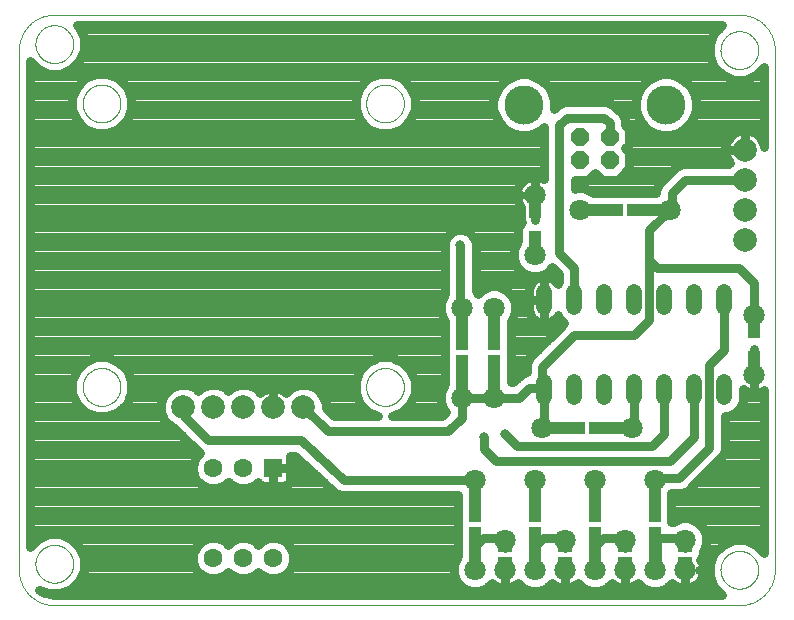
<source format=gtl>
G75*
%MOIN*%
%OFA0B0*%
%FSLAX25Y25*%
%IPPOS*%
%LPD*%
%AMOC8*
5,1,8,0,0,1.08239X$1,22.5*
%
%ADD10C,0.00000*%
%ADD11R,0.03937X0.10236*%
%ADD12C,0.07087*%
%ADD13C,0.05200*%
%ADD14R,0.12598X0.03937*%
%ADD15OC8,0.05740*%
%ADD16C,0.13055*%
%ADD17R,0.03937X0.12598*%
%ADD18R,0.04724X0.03150*%
%ADD19C,0.07874*%
%ADD20R,0.06299X0.06299*%
%ADD21C,0.06299*%
%ADD22C,0.03150*%
%ADD23C,0.01600*%
%ADD24C,0.03150*%
D10*
X0015606Y0017535D02*
X0015606Y0190764D01*
X0015609Y0191049D01*
X0015620Y0191335D01*
X0015637Y0191620D01*
X0015661Y0191904D01*
X0015692Y0192188D01*
X0015730Y0192471D01*
X0015775Y0192752D01*
X0015826Y0193033D01*
X0015884Y0193313D01*
X0015949Y0193591D01*
X0016021Y0193867D01*
X0016099Y0194141D01*
X0016184Y0194414D01*
X0016276Y0194684D01*
X0016374Y0194952D01*
X0016478Y0195218D01*
X0016589Y0195481D01*
X0016706Y0195741D01*
X0016829Y0195999D01*
X0016959Y0196253D01*
X0017095Y0196504D01*
X0017236Y0196752D01*
X0017384Y0196996D01*
X0017537Y0197237D01*
X0017697Y0197473D01*
X0017862Y0197706D01*
X0018032Y0197935D01*
X0018208Y0198160D01*
X0018390Y0198380D01*
X0018576Y0198596D01*
X0018768Y0198807D01*
X0018965Y0199014D01*
X0019167Y0199216D01*
X0019374Y0199413D01*
X0019585Y0199605D01*
X0019801Y0199791D01*
X0020021Y0199973D01*
X0020246Y0200149D01*
X0020475Y0200319D01*
X0020708Y0200484D01*
X0020944Y0200644D01*
X0021185Y0200797D01*
X0021429Y0200945D01*
X0021677Y0201086D01*
X0021928Y0201222D01*
X0022182Y0201352D01*
X0022440Y0201475D01*
X0022700Y0201592D01*
X0022963Y0201703D01*
X0023229Y0201807D01*
X0023497Y0201905D01*
X0023767Y0201997D01*
X0024040Y0202082D01*
X0024314Y0202160D01*
X0024590Y0202232D01*
X0024868Y0202297D01*
X0025148Y0202355D01*
X0025429Y0202406D01*
X0025710Y0202451D01*
X0025993Y0202489D01*
X0026277Y0202520D01*
X0026561Y0202544D01*
X0026846Y0202561D01*
X0027132Y0202572D01*
X0027417Y0202575D01*
X0255764Y0202575D01*
X0249465Y0190764D02*
X0249467Y0190922D01*
X0249473Y0191080D01*
X0249483Y0191238D01*
X0249497Y0191396D01*
X0249515Y0191553D01*
X0249536Y0191710D01*
X0249562Y0191866D01*
X0249592Y0192022D01*
X0249625Y0192177D01*
X0249663Y0192330D01*
X0249704Y0192483D01*
X0249749Y0192635D01*
X0249798Y0192786D01*
X0249851Y0192935D01*
X0249907Y0193083D01*
X0249967Y0193229D01*
X0250031Y0193374D01*
X0250099Y0193517D01*
X0250170Y0193659D01*
X0250244Y0193799D01*
X0250322Y0193936D01*
X0250404Y0194072D01*
X0250488Y0194206D01*
X0250577Y0194337D01*
X0250668Y0194466D01*
X0250763Y0194593D01*
X0250860Y0194718D01*
X0250961Y0194840D01*
X0251065Y0194959D01*
X0251172Y0195076D01*
X0251282Y0195190D01*
X0251395Y0195301D01*
X0251510Y0195410D01*
X0251628Y0195515D01*
X0251749Y0195617D01*
X0251872Y0195717D01*
X0251998Y0195813D01*
X0252126Y0195906D01*
X0252256Y0195996D01*
X0252389Y0196082D01*
X0252524Y0196166D01*
X0252660Y0196245D01*
X0252799Y0196322D01*
X0252940Y0196394D01*
X0253082Y0196464D01*
X0253226Y0196529D01*
X0253372Y0196591D01*
X0253519Y0196649D01*
X0253668Y0196704D01*
X0253818Y0196755D01*
X0253969Y0196802D01*
X0254121Y0196845D01*
X0254274Y0196884D01*
X0254429Y0196920D01*
X0254584Y0196951D01*
X0254740Y0196979D01*
X0254896Y0197003D01*
X0255053Y0197023D01*
X0255211Y0197039D01*
X0255368Y0197051D01*
X0255527Y0197059D01*
X0255685Y0197063D01*
X0255843Y0197063D01*
X0256001Y0197059D01*
X0256160Y0197051D01*
X0256317Y0197039D01*
X0256475Y0197023D01*
X0256632Y0197003D01*
X0256788Y0196979D01*
X0256944Y0196951D01*
X0257099Y0196920D01*
X0257254Y0196884D01*
X0257407Y0196845D01*
X0257559Y0196802D01*
X0257710Y0196755D01*
X0257860Y0196704D01*
X0258009Y0196649D01*
X0258156Y0196591D01*
X0258302Y0196529D01*
X0258446Y0196464D01*
X0258588Y0196394D01*
X0258729Y0196322D01*
X0258868Y0196245D01*
X0259004Y0196166D01*
X0259139Y0196082D01*
X0259272Y0195996D01*
X0259402Y0195906D01*
X0259530Y0195813D01*
X0259656Y0195717D01*
X0259779Y0195617D01*
X0259900Y0195515D01*
X0260018Y0195410D01*
X0260133Y0195301D01*
X0260246Y0195190D01*
X0260356Y0195076D01*
X0260463Y0194959D01*
X0260567Y0194840D01*
X0260668Y0194718D01*
X0260765Y0194593D01*
X0260860Y0194466D01*
X0260951Y0194337D01*
X0261040Y0194206D01*
X0261124Y0194072D01*
X0261206Y0193936D01*
X0261284Y0193799D01*
X0261358Y0193659D01*
X0261429Y0193517D01*
X0261497Y0193374D01*
X0261561Y0193229D01*
X0261621Y0193083D01*
X0261677Y0192935D01*
X0261730Y0192786D01*
X0261779Y0192635D01*
X0261824Y0192483D01*
X0261865Y0192330D01*
X0261903Y0192177D01*
X0261936Y0192022D01*
X0261966Y0191866D01*
X0261992Y0191710D01*
X0262013Y0191553D01*
X0262031Y0191396D01*
X0262045Y0191238D01*
X0262055Y0191080D01*
X0262061Y0190922D01*
X0262063Y0190764D01*
X0262061Y0190606D01*
X0262055Y0190448D01*
X0262045Y0190290D01*
X0262031Y0190132D01*
X0262013Y0189975D01*
X0261992Y0189818D01*
X0261966Y0189662D01*
X0261936Y0189506D01*
X0261903Y0189351D01*
X0261865Y0189198D01*
X0261824Y0189045D01*
X0261779Y0188893D01*
X0261730Y0188742D01*
X0261677Y0188593D01*
X0261621Y0188445D01*
X0261561Y0188299D01*
X0261497Y0188154D01*
X0261429Y0188011D01*
X0261358Y0187869D01*
X0261284Y0187729D01*
X0261206Y0187592D01*
X0261124Y0187456D01*
X0261040Y0187322D01*
X0260951Y0187191D01*
X0260860Y0187062D01*
X0260765Y0186935D01*
X0260668Y0186810D01*
X0260567Y0186688D01*
X0260463Y0186569D01*
X0260356Y0186452D01*
X0260246Y0186338D01*
X0260133Y0186227D01*
X0260018Y0186118D01*
X0259900Y0186013D01*
X0259779Y0185911D01*
X0259656Y0185811D01*
X0259530Y0185715D01*
X0259402Y0185622D01*
X0259272Y0185532D01*
X0259139Y0185446D01*
X0259004Y0185362D01*
X0258868Y0185283D01*
X0258729Y0185206D01*
X0258588Y0185134D01*
X0258446Y0185064D01*
X0258302Y0184999D01*
X0258156Y0184937D01*
X0258009Y0184879D01*
X0257860Y0184824D01*
X0257710Y0184773D01*
X0257559Y0184726D01*
X0257407Y0184683D01*
X0257254Y0184644D01*
X0257099Y0184608D01*
X0256944Y0184577D01*
X0256788Y0184549D01*
X0256632Y0184525D01*
X0256475Y0184505D01*
X0256317Y0184489D01*
X0256160Y0184477D01*
X0256001Y0184469D01*
X0255843Y0184465D01*
X0255685Y0184465D01*
X0255527Y0184469D01*
X0255368Y0184477D01*
X0255211Y0184489D01*
X0255053Y0184505D01*
X0254896Y0184525D01*
X0254740Y0184549D01*
X0254584Y0184577D01*
X0254429Y0184608D01*
X0254274Y0184644D01*
X0254121Y0184683D01*
X0253969Y0184726D01*
X0253818Y0184773D01*
X0253668Y0184824D01*
X0253519Y0184879D01*
X0253372Y0184937D01*
X0253226Y0184999D01*
X0253082Y0185064D01*
X0252940Y0185134D01*
X0252799Y0185206D01*
X0252660Y0185283D01*
X0252524Y0185362D01*
X0252389Y0185446D01*
X0252256Y0185532D01*
X0252126Y0185622D01*
X0251998Y0185715D01*
X0251872Y0185811D01*
X0251749Y0185911D01*
X0251628Y0186013D01*
X0251510Y0186118D01*
X0251395Y0186227D01*
X0251282Y0186338D01*
X0251172Y0186452D01*
X0251065Y0186569D01*
X0250961Y0186688D01*
X0250860Y0186810D01*
X0250763Y0186935D01*
X0250668Y0187062D01*
X0250577Y0187191D01*
X0250488Y0187322D01*
X0250404Y0187456D01*
X0250322Y0187592D01*
X0250244Y0187729D01*
X0250170Y0187869D01*
X0250099Y0188011D01*
X0250031Y0188154D01*
X0249967Y0188299D01*
X0249907Y0188445D01*
X0249851Y0188593D01*
X0249798Y0188742D01*
X0249749Y0188893D01*
X0249704Y0189045D01*
X0249663Y0189198D01*
X0249625Y0189351D01*
X0249592Y0189506D01*
X0249562Y0189662D01*
X0249536Y0189818D01*
X0249515Y0189975D01*
X0249497Y0190132D01*
X0249483Y0190290D01*
X0249473Y0190448D01*
X0249467Y0190606D01*
X0249465Y0190764D01*
X0255764Y0202575D02*
X0256049Y0202572D01*
X0256335Y0202561D01*
X0256620Y0202544D01*
X0256904Y0202520D01*
X0257188Y0202489D01*
X0257471Y0202451D01*
X0257752Y0202406D01*
X0258033Y0202355D01*
X0258313Y0202297D01*
X0258591Y0202232D01*
X0258867Y0202160D01*
X0259141Y0202082D01*
X0259414Y0201997D01*
X0259684Y0201905D01*
X0259952Y0201807D01*
X0260218Y0201703D01*
X0260481Y0201592D01*
X0260741Y0201475D01*
X0260999Y0201352D01*
X0261253Y0201222D01*
X0261504Y0201086D01*
X0261752Y0200945D01*
X0261996Y0200797D01*
X0262237Y0200644D01*
X0262473Y0200484D01*
X0262706Y0200319D01*
X0262935Y0200149D01*
X0263160Y0199973D01*
X0263380Y0199791D01*
X0263596Y0199605D01*
X0263807Y0199413D01*
X0264014Y0199216D01*
X0264216Y0199014D01*
X0264413Y0198807D01*
X0264605Y0198596D01*
X0264791Y0198380D01*
X0264973Y0198160D01*
X0265149Y0197935D01*
X0265319Y0197706D01*
X0265484Y0197473D01*
X0265644Y0197237D01*
X0265797Y0196996D01*
X0265945Y0196752D01*
X0266086Y0196504D01*
X0266222Y0196253D01*
X0266352Y0195999D01*
X0266475Y0195741D01*
X0266592Y0195481D01*
X0266703Y0195218D01*
X0266807Y0194952D01*
X0266905Y0194684D01*
X0266997Y0194414D01*
X0267082Y0194141D01*
X0267160Y0193867D01*
X0267232Y0193591D01*
X0267297Y0193313D01*
X0267355Y0193033D01*
X0267406Y0192752D01*
X0267451Y0192471D01*
X0267489Y0192188D01*
X0267520Y0191904D01*
X0267544Y0191620D01*
X0267561Y0191335D01*
X0267572Y0191049D01*
X0267575Y0190764D01*
X0267575Y0017535D01*
X0249465Y0017535D02*
X0249467Y0017693D01*
X0249473Y0017851D01*
X0249483Y0018009D01*
X0249497Y0018167D01*
X0249515Y0018324D01*
X0249536Y0018481D01*
X0249562Y0018637D01*
X0249592Y0018793D01*
X0249625Y0018948D01*
X0249663Y0019101D01*
X0249704Y0019254D01*
X0249749Y0019406D01*
X0249798Y0019557D01*
X0249851Y0019706D01*
X0249907Y0019854D01*
X0249967Y0020000D01*
X0250031Y0020145D01*
X0250099Y0020288D01*
X0250170Y0020430D01*
X0250244Y0020570D01*
X0250322Y0020707D01*
X0250404Y0020843D01*
X0250488Y0020977D01*
X0250577Y0021108D01*
X0250668Y0021237D01*
X0250763Y0021364D01*
X0250860Y0021489D01*
X0250961Y0021611D01*
X0251065Y0021730D01*
X0251172Y0021847D01*
X0251282Y0021961D01*
X0251395Y0022072D01*
X0251510Y0022181D01*
X0251628Y0022286D01*
X0251749Y0022388D01*
X0251872Y0022488D01*
X0251998Y0022584D01*
X0252126Y0022677D01*
X0252256Y0022767D01*
X0252389Y0022853D01*
X0252524Y0022937D01*
X0252660Y0023016D01*
X0252799Y0023093D01*
X0252940Y0023165D01*
X0253082Y0023235D01*
X0253226Y0023300D01*
X0253372Y0023362D01*
X0253519Y0023420D01*
X0253668Y0023475D01*
X0253818Y0023526D01*
X0253969Y0023573D01*
X0254121Y0023616D01*
X0254274Y0023655D01*
X0254429Y0023691D01*
X0254584Y0023722D01*
X0254740Y0023750D01*
X0254896Y0023774D01*
X0255053Y0023794D01*
X0255211Y0023810D01*
X0255368Y0023822D01*
X0255527Y0023830D01*
X0255685Y0023834D01*
X0255843Y0023834D01*
X0256001Y0023830D01*
X0256160Y0023822D01*
X0256317Y0023810D01*
X0256475Y0023794D01*
X0256632Y0023774D01*
X0256788Y0023750D01*
X0256944Y0023722D01*
X0257099Y0023691D01*
X0257254Y0023655D01*
X0257407Y0023616D01*
X0257559Y0023573D01*
X0257710Y0023526D01*
X0257860Y0023475D01*
X0258009Y0023420D01*
X0258156Y0023362D01*
X0258302Y0023300D01*
X0258446Y0023235D01*
X0258588Y0023165D01*
X0258729Y0023093D01*
X0258868Y0023016D01*
X0259004Y0022937D01*
X0259139Y0022853D01*
X0259272Y0022767D01*
X0259402Y0022677D01*
X0259530Y0022584D01*
X0259656Y0022488D01*
X0259779Y0022388D01*
X0259900Y0022286D01*
X0260018Y0022181D01*
X0260133Y0022072D01*
X0260246Y0021961D01*
X0260356Y0021847D01*
X0260463Y0021730D01*
X0260567Y0021611D01*
X0260668Y0021489D01*
X0260765Y0021364D01*
X0260860Y0021237D01*
X0260951Y0021108D01*
X0261040Y0020977D01*
X0261124Y0020843D01*
X0261206Y0020707D01*
X0261284Y0020570D01*
X0261358Y0020430D01*
X0261429Y0020288D01*
X0261497Y0020145D01*
X0261561Y0020000D01*
X0261621Y0019854D01*
X0261677Y0019706D01*
X0261730Y0019557D01*
X0261779Y0019406D01*
X0261824Y0019254D01*
X0261865Y0019101D01*
X0261903Y0018948D01*
X0261936Y0018793D01*
X0261966Y0018637D01*
X0261992Y0018481D01*
X0262013Y0018324D01*
X0262031Y0018167D01*
X0262045Y0018009D01*
X0262055Y0017851D01*
X0262061Y0017693D01*
X0262063Y0017535D01*
X0262061Y0017377D01*
X0262055Y0017219D01*
X0262045Y0017061D01*
X0262031Y0016903D01*
X0262013Y0016746D01*
X0261992Y0016589D01*
X0261966Y0016433D01*
X0261936Y0016277D01*
X0261903Y0016122D01*
X0261865Y0015969D01*
X0261824Y0015816D01*
X0261779Y0015664D01*
X0261730Y0015513D01*
X0261677Y0015364D01*
X0261621Y0015216D01*
X0261561Y0015070D01*
X0261497Y0014925D01*
X0261429Y0014782D01*
X0261358Y0014640D01*
X0261284Y0014500D01*
X0261206Y0014363D01*
X0261124Y0014227D01*
X0261040Y0014093D01*
X0260951Y0013962D01*
X0260860Y0013833D01*
X0260765Y0013706D01*
X0260668Y0013581D01*
X0260567Y0013459D01*
X0260463Y0013340D01*
X0260356Y0013223D01*
X0260246Y0013109D01*
X0260133Y0012998D01*
X0260018Y0012889D01*
X0259900Y0012784D01*
X0259779Y0012682D01*
X0259656Y0012582D01*
X0259530Y0012486D01*
X0259402Y0012393D01*
X0259272Y0012303D01*
X0259139Y0012217D01*
X0259004Y0012133D01*
X0258868Y0012054D01*
X0258729Y0011977D01*
X0258588Y0011905D01*
X0258446Y0011835D01*
X0258302Y0011770D01*
X0258156Y0011708D01*
X0258009Y0011650D01*
X0257860Y0011595D01*
X0257710Y0011544D01*
X0257559Y0011497D01*
X0257407Y0011454D01*
X0257254Y0011415D01*
X0257099Y0011379D01*
X0256944Y0011348D01*
X0256788Y0011320D01*
X0256632Y0011296D01*
X0256475Y0011276D01*
X0256317Y0011260D01*
X0256160Y0011248D01*
X0256001Y0011240D01*
X0255843Y0011236D01*
X0255685Y0011236D01*
X0255527Y0011240D01*
X0255368Y0011248D01*
X0255211Y0011260D01*
X0255053Y0011276D01*
X0254896Y0011296D01*
X0254740Y0011320D01*
X0254584Y0011348D01*
X0254429Y0011379D01*
X0254274Y0011415D01*
X0254121Y0011454D01*
X0253969Y0011497D01*
X0253818Y0011544D01*
X0253668Y0011595D01*
X0253519Y0011650D01*
X0253372Y0011708D01*
X0253226Y0011770D01*
X0253082Y0011835D01*
X0252940Y0011905D01*
X0252799Y0011977D01*
X0252660Y0012054D01*
X0252524Y0012133D01*
X0252389Y0012217D01*
X0252256Y0012303D01*
X0252126Y0012393D01*
X0251998Y0012486D01*
X0251872Y0012582D01*
X0251749Y0012682D01*
X0251628Y0012784D01*
X0251510Y0012889D01*
X0251395Y0012998D01*
X0251282Y0013109D01*
X0251172Y0013223D01*
X0251065Y0013340D01*
X0250961Y0013459D01*
X0250860Y0013581D01*
X0250763Y0013706D01*
X0250668Y0013833D01*
X0250577Y0013962D01*
X0250488Y0014093D01*
X0250404Y0014227D01*
X0250322Y0014363D01*
X0250244Y0014500D01*
X0250170Y0014640D01*
X0250099Y0014782D01*
X0250031Y0014925D01*
X0249967Y0015070D01*
X0249907Y0015216D01*
X0249851Y0015364D01*
X0249798Y0015513D01*
X0249749Y0015664D01*
X0249704Y0015816D01*
X0249663Y0015969D01*
X0249625Y0016122D01*
X0249592Y0016277D01*
X0249562Y0016433D01*
X0249536Y0016589D01*
X0249515Y0016746D01*
X0249497Y0016903D01*
X0249483Y0017061D01*
X0249473Y0017219D01*
X0249467Y0017377D01*
X0249465Y0017535D01*
X0255764Y0005724D02*
X0256049Y0005727D01*
X0256335Y0005738D01*
X0256620Y0005755D01*
X0256904Y0005779D01*
X0257188Y0005810D01*
X0257471Y0005848D01*
X0257752Y0005893D01*
X0258033Y0005944D01*
X0258313Y0006002D01*
X0258591Y0006067D01*
X0258867Y0006139D01*
X0259141Y0006217D01*
X0259414Y0006302D01*
X0259684Y0006394D01*
X0259952Y0006492D01*
X0260218Y0006596D01*
X0260481Y0006707D01*
X0260741Y0006824D01*
X0260999Y0006947D01*
X0261253Y0007077D01*
X0261504Y0007213D01*
X0261752Y0007354D01*
X0261996Y0007502D01*
X0262237Y0007655D01*
X0262473Y0007815D01*
X0262706Y0007980D01*
X0262935Y0008150D01*
X0263160Y0008326D01*
X0263380Y0008508D01*
X0263596Y0008694D01*
X0263807Y0008886D01*
X0264014Y0009083D01*
X0264216Y0009285D01*
X0264413Y0009492D01*
X0264605Y0009703D01*
X0264791Y0009919D01*
X0264973Y0010139D01*
X0265149Y0010364D01*
X0265319Y0010593D01*
X0265484Y0010826D01*
X0265644Y0011062D01*
X0265797Y0011303D01*
X0265945Y0011547D01*
X0266086Y0011795D01*
X0266222Y0012046D01*
X0266352Y0012300D01*
X0266475Y0012558D01*
X0266592Y0012818D01*
X0266703Y0013081D01*
X0266807Y0013347D01*
X0266905Y0013615D01*
X0266997Y0013885D01*
X0267082Y0014158D01*
X0267160Y0014432D01*
X0267232Y0014708D01*
X0267297Y0014986D01*
X0267355Y0015266D01*
X0267406Y0015547D01*
X0267451Y0015828D01*
X0267489Y0016111D01*
X0267520Y0016395D01*
X0267544Y0016679D01*
X0267561Y0016964D01*
X0267572Y0017250D01*
X0267575Y0017535D01*
X0255764Y0005724D02*
X0027417Y0005724D01*
X0027132Y0005727D01*
X0026846Y0005738D01*
X0026561Y0005755D01*
X0026277Y0005779D01*
X0025993Y0005810D01*
X0025710Y0005848D01*
X0025429Y0005893D01*
X0025148Y0005944D01*
X0024868Y0006002D01*
X0024590Y0006067D01*
X0024314Y0006139D01*
X0024040Y0006217D01*
X0023767Y0006302D01*
X0023497Y0006394D01*
X0023229Y0006492D01*
X0022963Y0006596D01*
X0022700Y0006707D01*
X0022440Y0006824D01*
X0022182Y0006947D01*
X0021928Y0007077D01*
X0021677Y0007213D01*
X0021429Y0007354D01*
X0021185Y0007502D01*
X0020944Y0007655D01*
X0020708Y0007815D01*
X0020475Y0007980D01*
X0020246Y0008150D01*
X0020021Y0008326D01*
X0019801Y0008508D01*
X0019585Y0008694D01*
X0019374Y0008886D01*
X0019167Y0009083D01*
X0018965Y0009285D01*
X0018768Y0009492D01*
X0018576Y0009703D01*
X0018390Y0009919D01*
X0018208Y0010139D01*
X0018032Y0010364D01*
X0017862Y0010593D01*
X0017697Y0010826D01*
X0017537Y0011062D01*
X0017384Y0011303D01*
X0017236Y0011547D01*
X0017095Y0011795D01*
X0016959Y0012046D01*
X0016829Y0012300D01*
X0016706Y0012558D01*
X0016589Y0012818D01*
X0016478Y0013081D01*
X0016374Y0013347D01*
X0016276Y0013615D01*
X0016184Y0013885D01*
X0016099Y0014158D01*
X0016021Y0014432D01*
X0015949Y0014708D01*
X0015884Y0014986D01*
X0015826Y0015266D01*
X0015775Y0015547D01*
X0015730Y0015828D01*
X0015692Y0016111D01*
X0015661Y0016395D01*
X0015637Y0016679D01*
X0015620Y0016964D01*
X0015609Y0017250D01*
X0015606Y0017535D01*
X0021118Y0019535D02*
X0021120Y0019693D01*
X0021126Y0019851D01*
X0021136Y0020009D01*
X0021150Y0020167D01*
X0021168Y0020324D01*
X0021189Y0020481D01*
X0021215Y0020637D01*
X0021245Y0020793D01*
X0021278Y0020948D01*
X0021316Y0021101D01*
X0021357Y0021254D01*
X0021402Y0021406D01*
X0021451Y0021557D01*
X0021504Y0021706D01*
X0021560Y0021854D01*
X0021620Y0022000D01*
X0021684Y0022145D01*
X0021752Y0022288D01*
X0021823Y0022430D01*
X0021897Y0022570D01*
X0021975Y0022707D01*
X0022057Y0022843D01*
X0022141Y0022977D01*
X0022230Y0023108D01*
X0022321Y0023237D01*
X0022416Y0023364D01*
X0022513Y0023489D01*
X0022614Y0023611D01*
X0022718Y0023730D01*
X0022825Y0023847D01*
X0022935Y0023961D01*
X0023048Y0024072D01*
X0023163Y0024181D01*
X0023281Y0024286D01*
X0023402Y0024388D01*
X0023525Y0024488D01*
X0023651Y0024584D01*
X0023779Y0024677D01*
X0023909Y0024767D01*
X0024042Y0024853D01*
X0024177Y0024937D01*
X0024313Y0025016D01*
X0024452Y0025093D01*
X0024593Y0025165D01*
X0024735Y0025235D01*
X0024879Y0025300D01*
X0025025Y0025362D01*
X0025172Y0025420D01*
X0025321Y0025475D01*
X0025471Y0025526D01*
X0025622Y0025573D01*
X0025774Y0025616D01*
X0025927Y0025655D01*
X0026082Y0025691D01*
X0026237Y0025722D01*
X0026393Y0025750D01*
X0026549Y0025774D01*
X0026706Y0025794D01*
X0026864Y0025810D01*
X0027021Y0025822D01*
X0027180Y0025830D01*
X0027338Y0025834D01*
X0027496Y0025834D01*
X0027654Y0025830D01*
X0027813Y0025822D01*
X0027970Y0025810D01*
X0028128Y0025794D01*
X0028285Y0025774D01*
X0028441Y0025750D01*
X0028597Y0025722D01*
X0028752Y0025691D01*
X0028907Y0025655D01*
X0029060Y0025616D01*
X0029212Y0025573D01*
X0029363Y0025526D01*
X0029513Y0025475D01*
X0029662Y0025420D01*
X0029809Y0025362D01*
X0029955Y0025300D01*
X0030099Y0025235D01*
X0030241Y0025165D01*
X0030382Y0025093D01*
X0030521Y0025016D01*
X0030657Y0024937D01*
X0030792Y0024853D01*
X0030925Y0024767D01*
X0031055Y0024677D01*
X0031183Y0024584D01*
X0031309Y0024488D01*
X0031432Y0024388D01*
X0031553Y0024286D01*
X0031671Y0024181D01*
X0031786Y0024072D01*
X0031899Y0023961D01*
X0032009Y0023847D01*
X0032116Y0023730D01*
X0032220Y0023611D01*
X0032321Y0023489D01*
X0032418Y0023364D01*
X0032513Y0023237D01*
X0032604Y0023108D01*
X0032693Y0022977D01*
X0032777Y0022843D01*
X0032859Y0022707D01*
X0032937Y0022570D01*
X0033011Y0022430D01*
X0033082Y0022288D01*
X0033150Y0022145D01*
X0033214Y0022000D01*
X0033274Y0021854D01*
X0033330Y0021706D01*
X0033383Y0021557D01*
X0033432Y0021406D01*
X0033477Y0021254D01*
X0033518Y0021101D01*
X0033556Y0020948D01*
X0033589Y0020793D01*
X0033619Y0020637D01*
X0033645Y0020481D01*
X0033666Y0020324D01*
X0033684Y0020167D01*
X0033698Y0020009D01*
X0033708Y0019851D01*
X0033714Y0019693D01*
X0033716Y0019535D01*
X0033714Y0019377D01*
X0033708Y0019219D01*
X0033698Y0019061D01*
X0033684Y0018903D01*
X0033666Y0018746D01*
X0033645Y0018589D01*
X0033619Y0018433D01*
X0033589Y0018277D01*
X0033556Y0018122D01*
X0033518Y0017969D01*
X0033477Y0017816D01*
X0033432Y0017664D01*
X0033383Y0017513D01*
X0033330Y0017364D01*
X0033274Y0017216D01*
X0033214Y0017070D01*
X0033150Y0016925D01*
X0033082Y0016782D01*
X0033011Y0016640D01*
X0032937Y0016500D01*
X0032859Y0016363D01*
X0032777Y0016227D01*
X0032693Y0016093D01*
X0032604Y0015962D01*
X0032513Y0015833D01*
X0032418Y0015706D01*
X0032321Y0015581D01*
X0032220Y0015459D01*
X0032116Y0015340D01*
X0032009Y0015223D01*
X0031899Y0015109D01*
X0031786Y0014998D01*
X0031671Y0014889D01*
X0031553Y0014784D01*
X0031432Y0014682D01*
X0031309Y0014582D01*
X0031183Y0014486D01*
X0031055Y0014393D01*
X0030925Y0014303D01*
X0030792Y0014217D01*
X0030657Y0014133D01*
X0030521Y0014054D01*
X0030382Y0013977D01*
X0030241Y0013905D01*
X0030099Y0013835D01*
X0029955Y0013770D01*
X0029809Y0013708D01*
X0029662Y0013650D01*
X0029513Y0013595D01*
X0029363Y0013544D01*
X0029212Y0013497D01*
X0029060Y0013454D01*
X0028907Y0013415D01*
X0028752Y0013379D01*
X0028597Y0013348D01*
X0028441Y0013320D01*
X0028285Y0013296D01*
X0028128Y0013276D01*
X0027970Y0013260D01*
X0027813Y0013248D01*
X0027654Y0013240D01*
X0027496Y0013236D01*
X0027338Y0013236D01*
X0027180Y0013240D01*
X0027021Y0013248D01*
X0026864Y0013260D01*
X0026706Y0013276D01*
X0026549Y0013296D01*
X0026393Y0013320D01*
X0026237Y0013348D01*
X0026082Y0013379D01*
X0025927Y0013415D01*
X0025774Y0013454D01*
X0025622Y0013497D01*
X0025471Y0013544D01*
X0025321Y0013595D01*
X0025172Y0013650D01*
X0025025Y0013708D01*
X0024879Y0013770D01*
X0024735Y0013835D01*
X0024593Y0013905D01*
X0024452Y0013977D01*
X0024313Y0014054D01*
X0024177Y0014133D01*
X0024042Y0014217D01*
X0023909Y0014303D01*
X0023779Y0014393D01*
X0023651Y0014486D01*
X0023525Y0014582D01*
X0023402Y0014682D01*
X0023281Y0014784D01*
X0023163Y0014889D01*
X0023048Y0014998D01*
X0022935Y0015109D01*
X0022825Y0015223D01*
X0022718Y0015340D01*
X0022614Y0015459D01*
X0022513Y0015581D01*
X0022416Y0015706D01*
X0022321Y0015833D01*
X0022230Y0015962D01*
X0022141Y0016093D01*
X0022057Y0016227D01*
X0021975Y0016363D01*
X0021897Y0016500D01*
X0021823Y0016640D01*
X0021752Y0016782D01*
X0021684Y0016925D01*
X0021620Y0017070D01*
X0021560Y0017216D01*
X0021504Y0017364D01*
X0021451Y0017513D01*
X0021402Y0017664D01*
X0021357Y0017816D01*
X0021316Y0017969D01*
X0021278Y0018122D01*
X0021245Y0018277D01*
X0021215Y0018433D01*
X0021189Y0018589D01*
X0021168Y0018746D01*
X0021150Y0018903D01*
X0021136Y0019061D01*
X0021126Y0019219D01*
X0021120Y0019377D01*
X0021118Y0019535D01*
X0036866Y0078480D02*
X0036868Y0078638D01*
X0036874Y0078796D01*
X0036884Y0078954D01*
X0036898Y0079112D01*
X0036916Y0079269D01*
X0036937Y0079426D01*
X0036963Y0079582D01*
X0036993Y0079738D01*
X0037026Y0079893D01*
X0037064Y0080046D01*
X0037105Y0080199D01*
X0037150Y0080351D01*
X0037199Y0080502D01*
X0037252Y0080651D01*
X0037308Y0080799D01*
X0037368Y0080945D01*
X0037432Y0081090D01*
X0037500Y0081233D01*
X0037571Y0081375D01*
X0037645Y0081515D01*
X0037723Y0081652D01*
X0037805Y0081788D01*
X0037889Y0081922D01*
X0037978Y0082053D01*
X0038069Y0082182D01*
X0038164Y0082309D01*
X0038261Y0082434D01*
X0038362Y0082556D01*
X0038466Y0082675D01*
X0038573Y0082792D01*
X0038683Y0082906D01*
X0038796Y0083017D01*
X0038911Y0083126D01*
X0039029Y0083231D01*
X0039150Y0083333D01*
X0039273Y0083433D01*
X0039399Y0083529D01*
X0039527Y0083622D01*
X0039657Y0083712D01*
X0039790Y0083798D01*
X0039925Y0083882D01*
X0040061Y0083961D01*
X0040200Y0084038D01*
X0040341Y0084110D01*
X0040483Y0084180D01*
X0040627Y0084245D01*
X0040773Y0084307D01*
X0040920Y0084365D01*
X0041069Y0084420D01*
X0041219Y0084471D01*
X0041370Y0084518D01*
X0041522Y0084561D01*
X0041675Y0084600D01*
X0041830Y0084636D01*
X0041985Y0084667D01*
X0042141Y0084695D01*
X0042297Y0084719D01*
X0042454Y0084739D01*
X0042612Y0084755D01*
X0042769Y0084767D01*
X0042928Y0084775D01*
X0043086Y0084779D01*
X0043244Y0084779D01*
X0043402Y0084775D01*
X0043561Y0084767D01*
X0043718Y0084755D01*
X0043876Y0084739D01*
X0044033Y0084719D01*
X0044189Y0084695D01*
X0044345Y0084667D01*
X0044500Y0084636D01*
X0044655Y0084600D01*
X0044808Y0084561D01*
X0044960Y0084518D01*
X0045111Y0084471D01*
X0045261Y0084420D01*
X0045410Y0084365D01*
X0045557Y0084307D01*
X0045703Y0084245D01*
X0045847Y0084180D01*
X0045989Y0084110D01*
X0046130Y0084038D01*
X0046269Y0083961D01*
X0046405Y0083882D01*
X0046540Y0083798D01*
X0046673Y0083712D01*
X0046803Y0083622D01*
X0046931Y0083529D01*
X0047057Y0083433D01*
X0047180Y0083333D01*
X0047301Y0083231D01*
X0047419Y0083126D01*
X0047534Y0083017D01*
X0047647Y0082906D01*
X0047757Y0082792D01*
X0047864Y0082675D01*
X0047968Y0082556D01*
X0048069Y0082434D01*
X0048166Y0082309D01*
X0048261Y0082182D01*
X0048352Y0082053D01*
X0048441Y0081922D01*
X0048525Y0081788D01*
X0048607Y0081652D01*
X0048685Y0081515D01*
X0048759Y0081375D01*
X0048830Y0081233D01*
X0048898Y0081090D01*
X0048962Y0080945D01*
X0049022Y0080799D01*
X0049078Y0080651D01*
X0049131Y0080502D01*
X0049180Y0080351D01*
X0049225Y0080199D01*
X0049266Y0080046D01*
X0049304Y0079893D01*
X0049337Y0079738D01*
X0049367Y0079582D01*
X0049393Y0079426D01*
X0049414Y0079269D01*
X0049432Y0079112D01*
X0049446Y0078954D01*
X0049456Y0078796D01*
X0049462Y0078638D01*
X0049464Y0078480D01*
X0049462Y0078322D01*
X0049456Y0078164D01*
X0049446Y0078006D01*
X0049432Y0077848D01*
X0049414Y0077691D01*
X0049393Y0077534D01*
X0049367Y0077378D01*
X0049337Y0077222D01*
X0049304Y0077067D01*
X0049266Y0076914D01*
X0049225Y0076761D01*
X0049180Y0076609D01*
X0049131Y0076458D01*
X0049078Y0076309D01*
X0049022Y0076161D01*
X0048962Y0076015D01*
X0048898Y0075870D01*
X0048830Y0075727D01*
X0048759Y0075585D01*
X0048685Y0075445D01*
X0048607Y0075308D01*
X0048525Y0075172D01*
X0048441Y0075038D01*
X0048352Y0074907D01*
X0048261Y0074778D01*
X0048166Y0074651D01*
X0048069Y0074526D01*
X0047968Y0074404D01*
X0047864Y0074285D01*
X0047757Y0074168D01*
X0047647Y0074054D01*
X0047534Y0073943D01*
X0047419Y0073834D01*
X0047301Y0073729D01*
X0047180Y0073627D01*
X0047057Y0073527D01*
X0046931Y0073431D01*
X0046803Y0073338D01*
X0046673Y0073248D01*
X0046540Y0073162D01*
X0046405Y0073078D01*
X0046269Y0072999D01*
X0046130Y0072922D01*
X0045989Y0072850D01*
X0045847Y0072780D01*
X0045703Y0072715D01*
X0045557Y0072653D01*
X0045410Y0072595D01*
X0045261Y0072540D01*
X0045111Y0072489D01*
X0044960Y0072442D01*
X0044808Y0072399D01*
X0044655Y0072360D01*
X0044500Y0072324D01*
X0044345Y0072293D01*
X0044189Y0072265D01*
X0044033Y0072241D01*
X0043876Y0072221D01*
X0043718Y0072205D01*
X0043561Y0072193D01*
X0043402Y0072185D01*
X0043244Y0072181D01*
X0043086Y0072181D01*
X0042928Y0072185D01*
X0042769Y0072193D01*
X0042612Y0072205D01*
X0042454Y0072221D01*
X0042297Y0072241D01*
X0042141Y0072265D01*
X0041985Y0072293D01*
X0041830Y0072324D01*
X0041675Y0072360D01*
X0041522Y0072399D01*
X0041370Y0072442D01*
X0041219Y0072489D01*
X0041069Y0072540D01*
X0040920Y0072595D01*
X0040773Y0072653D01*
X0040627Y0072715D01*
X0040483Y0072780D01*
X0040341Y0072850D01*
X0040200Y0072922D01*
X0040061Y0072999D01*
X0039925Y0073078D01*
X0039790Y0073162D01*
X0039657Y0073248D01*
X0039527Y0073338D01*
X0039399Y0073431D01*
X0039273Y0073527D01*
X0039150Y0073627D01*
X0039029Y0073729D01*
X0038911Y0073834D01*
X0038796Y0073943D01*
X0038683Y0074054D01*
X0038573Y0074168D01*
X0038466Y0074285D01*
X0038362Y0074404D01*
X0038261Y0074526D01*
X0038164Y0074651D01*
X0038069Y0074778D01*
X0037978Y0074907D01*
X0037889Y0075038D01*
X0037805Y0075172D01*
X0037723Y0075308D01*
X0037645Y0075445D01*
X0037571Y0075585D01*
X0037500Y0075727D01*
X0037432Y0075870D01*
X0037368Y0076015D01*
X0037308Y0076161D01*
X0037252Y0076309D01*
X0037199Y0076458D01*
X0037150Y0076609D01*
X0037105Y0076761D01*
X0037064Y0076914D01*
X0037026Y0077067D01*
X0036993Y0077222D01*
X0036963Y0077378D01*
X0036937Y0077534D01*
X0036916Y0077691D01*
X0036898Y0077848D01*
X0036884Y0078006D01*
X0036874Y0078164D01*
X0036868Y0078322D01*
X0036866Y0078480D01*
X0131355Y0078480D02*
X0131357Y0078638D01*
X0131363Y0078796D01*
X0131373Y0078954D01*
X0131387Y0079112D01*
X0131405Y0079269D01*
X0131426Y0079426D01*
X0131452Y0079582D01*
X0131482Y0079738D01*
X0131515Y0079893D01*
X0131553Y0080046D01*
X0131594Y0080199D01*
X0131639Y0080351D01*
X0131688Y0080502D01*
X0131741Y0080651D01*
X0131797Y0080799D01*
X0131857Y0080945D01*
X0131921Y0081090D01*
X0131989Y0081233D01*
X0132060Y0081375D01*
X0132134Y0081515D01*
X0132212Y0081652D01*
X0132294Y0081788D01*
X0132378Y0081922D01*
X0132467Y0082053D01*
X0132558Y0082182D01*
X0132653Y0082309D01*
X0132750Y0082434D01*
X0132851Y0082556D01*
X0132955Y0082675D01*
X0133062Y0082792D01*
X0133172Y0082906D01*
X0133285Y0083017D01*
X0133400Y0083126D01*
X0133518Y0083231D01*
X0133639Y0083333D01*
X0133762Y0083433D01*
X0133888Y0083529D01*
X0134016Y0083622D01*
X0134146Y0083712D01*
X0134279Y0083798D01*
X0134414Y0083882D01*
X0134550Y0083961D01*
X0134689Y0084038D01*
X0134830Y0084110D01*
X0134972Y0084180D01*
X0135116Y0084245D01*
X0135262Y0084307D01*
X0135409Y0084365D01*
X0135558Y0084420D01*
X0135708Y0084471D01*
X0135859Y0084518D01*
X0136011Y0084561D01*
X0136164Y0084600D01*
X0136319Y0084636D01*
X0136474Y0084667D01*
X0136630Y0084695D01*
X0136786Y0084719D01*
X0136943Y0084739D01*
X0137101Y0084755D01*
X0137258Y0084767D01*
X0137417Y0084775D01*
X0137575Y0084779D01*
X0137733Y0084779D01*
X0137891Y0084775D01*
X0138050Y0084767D01*
X0138207Y0084755D01*
X0138365Y0084739D01*
X0138522Y0084719D01*
X0138678Y0084695D01*
X0138834Y0084667D01*
X0138989Y0084636D01*
X0139144Y0084600D01*
X0139297Y0084561D01*
X0139449Y0084518D01*
X0139600Y0084471D01*
X0139750Y0084420D01*
X0139899Y0084365D01*
X0140046Y0084307D01*
X0140192Y0084245D01*
X0140336Y0084180D01*
X0140478Y0084110D01*
X0140619Y0084038D01*
X0140758Y0083961D01*
X0140894Y0083882D01*
X0141029Y0083798D01*
X0141162Y0083712D01*
X0141292Y0083622D01*
X0141420Y0083529D01*
X0141546Y0083433D01*
X0141669Y0083333D01*
X0141790Y0083231D01*
X0141908Y0083126D01*
X0142023Y0083017D01*
X0142136Y0082906D01*
X0142246Y0082792D01*
X0142353Y0082675D01*
X0142457Y0082556D01*
X0142558Y0082434D01*
X0142655Y0082309D01*
X0142750Y0082182D01*
X0142841Y0082053D01*
X0142930Y0081922D01*
X0143014Y0081788D01*
X0143096Y0081652D01*
X0143174Y0081515D01*
X0143248Y0081375D01*
X0143319Y0081233D01*
X0143387Y0081090D01*
X0143451Y0080945D01*
X0143511Y0080799D01*
X0143567Y0080651D01*
X0143620Y0080502D01*
X0143669Y0080351D01*
X0143714Y0080199D01*
X0143755Y0080046D01*
X0143793Y0079893D01*
X0143826Y0079738D01*
X0143856Y0079582D01*
X0143882Y0079426D01*
X0143903Y0079269D01*
X0143921Y0079112D01*
X0143935Y0078954D01*
X0143945Y0078796D01*
X0143951Y0078638D01*
X0143953Y0078480D01*
X0143951Y0078322D01*
X0143945Y0078164D01*
X0143935Y0078006D01*
X0143921Y0077848D01*
X0143903Y0077691D01*
X0143882Y0077534D01*
X0143856Y0077378D01*
X0143826Y0077222D01*
X0143793Y0077067D01*
X0143755Y0076914D01*
X0143714Y0076761D01*
X0143669Y0076609D01*
X0143620Y0076458D01*
X0143567Y0076309D01*
X0143511Y0076161D01*
X0143451Y0076015D01*
X0143387Y0075870D01*
X0143319Y0075727D01*
X0143248Y0075585D01*
X0143174Y0075445D01*
X0143096Y0075308D01*
X0143014Y0075172D01*
X0142930Y0075038D01*
X0142841Y0074907D01*
X0142750Y0074778D01*
X0142655Y0074651D01*
X0142558Y0074526D01*
X0142457Y0074404D01*
X0142353Y0074285D01*
X0142246Y0074168D01*
X0142136Y0074054D01*
X0142023Y0073943D01*
X0141908Y0073834D01*
X0141790Y0073729D01*
X0141669Y0073627D01*
X0141546Y0073527D01*
X0141420Y0073431D01*
X0141292Y0073338D01*
X0141162Y0073248D01*
X0141029Y0073162D01*
X0140894Y0073078D01*
X0140758Y0072999D01*
X0140619Y0072922D01*
X0140478Y0072850D01*
X0140336Y0072780D01*
X0140192Y0072715D01*
X0140046Y0072653D01*
X0139899Y0072595D01*
X0139750Y0072540D01*
X0139600Y0072489D01*
X0139449Y0072442D01*
X0139297Y0072399D01*
X0139144Y0072360D01*
X0138989Y0072324D01*
X0138834Y0072293D01*
X0138678Y0072265D01*
X0138522Y0072241D01*
X0138365Y0072221D01*
X0138207Y0072205D01*
X0138050Y0072193D01*
X0137891Y0072185D01*
X0137733Y0072181D01*
X0137575Y0072181D01*
X0137417Y0072185D01*
X0137258Y0072193D01*
X0137101Y0072205D01*
X0136943Y0072221D01*
X0136786Y0072241D01*
X0136630Y0072265D01*
X0136474Y0072293D01*
X0136319Y0072324D01*
X0136164Y0072360D01*
X0136011Y0072399D01*
X0135859Y0072442D01*
X0135708Y0072489D01*
X0135558Y0072540D01*
X0135409Y0072595D01*
X0135262Y0072653D01*
X0135116Y0072715D01*
X0134972Y0072780D01*
X0134830Y0072850D01*
X0134689Y0072922D01*
X0134550Y0072999D01*
X0134414Y0073078D01*
X0134279Y0073162D01*
X0134146Y0073248D01*
X0134016Y0073338D01*
X0133888Y0073431D01*
X0133762Y0073527D01*
X0133639Y0073627D01*
X0133518Y0073729D01*
X0133400Y0073834D01*
X0133285Y0073943D01*
X0133172Y0074054D01*
X0133062Y0074168D01*
X0132955Y0074285D01*
X0132851Y0074404D01*
X0132750Y0074526D01*
X0132653Y0074651D01*
X0132558Y0074778D01*
X0132467Y0074907D01*
X0132378Y0075038D01*
X0132294Y0075172D01*
X0132212Y0075308D01*
X0132134Y0075445D01*
X0132060Y0075585D01*
X0131989Y0075727D01*
X0131921Y0075870D01*
X0131857Y0076015D01*
X0131797Y0076161D01*
X0131741Y0076309D01*
X0131688Y0076458D01*
X0131639Y0076609D01*
X0131594Y0076761D01*
X0131553Y0076914D01*
X0131515Y0077067D01*
X0131482Y0077222D01*
X0131452Y0077378D01*
X0131426Y0077534D01*
X0131405Y0077691D01*
X0131387Y0077848D01*
X0131373Y0078006D01*
X0131363Y0078164D01*
X0131357Y0078322D01*
X0131355Y0078480D01*
X0131355Y0172969D02*
X0131357Y0173127D01*
X0131363Y0173285D01*
X0131373Y0173443D01*
X0131387Y0173601D01*
X0131405Y0173758D01*
X0131426Y0173915D01*
X0131452Y0174071D01*
X0131482Y0174227D01*
X0131515Y0174382D01*
X0131553Y0174535D01*
X0131594Y0174688D01*
X0131639Y0174840D01*
X0131688Y0174991D01*
X0131741Y0175140D01*
X0131797Y0175288D01*
X0131857Y0175434D01*
X0131921Y0175579D01*
X0131989Y0175722D01*
X0132060Y0175864D01*
X0132134Y0176004D01*
X0132212Y0176141D01*
X0132294Y0176277D01*
X0132378Y0176411D01*
X0132467Y0176542D01*
X0132558Y0176671D01*
X0132653Y0176798D01*
X0132750Y0176923D01*
X0132851Y0177045D01*
X0132955Y0177164D01*
X0133062Y0177281D01*
X0133172Y0177395D01*
X0133285Y0177506D01*
X0133400Y0177615D01*
X0133518Y0177720D01*
X0133639Y0177822D01*
X0133762Y0177922D01*
X0133888Y0178018D01*
X0134016Y0178111D01*
X0134146Y0178201D01*
X0134279Y0178287D01*
X0134414Y0178371D01*
X0134550Y0178450D01*
X0134689Y0178527D01*
X0134830Y0178599D01*
X0134972Y0178669D01*
X0135116Y0178734D01*
X0135262Y0178796D01*
X0135409Y0178854D01*
X0135558Y0178909D01*
X0135708Y0178960D01*
X0135859Y0179007D01*
X0136011Y0179050D01*
X0136164Y0179089D01*
X0136319Y0179125D01*
X0136474Y0179156D01*
X0136630Y0179184D01*
X0136786Y0179208D01*
X0136943Y0179228D01*
X0137101Y0179244D01*
X0137258Y0179256D01*
X0137417Y0179264D01*
X0137575Y0179268D01*
X0137733Y0179268D01*
X0137891Y0179264D01*
X0138050Y0179256D01*
X0138207Y0179244D01*
X0138365Y0179228D01*
X0138522Y0179208D01*
X0138678Y0179184D01*
X0138834Y0179156D01*
X0138989Y0179125D01*
X0139144Y0179089D01*
X0139297Y0179050D01*
X0139449Y0179007D01*
X0139600Y0178960D01*
X0139750Y0178909D01*
X0139899Y0178854D01*
X0140046Y0178796D01*
X0140192Y0178734D01*
X0140336Y0178669D01*
X0140478Y0178599D01*
X0140619Y0178527D01*
X0140758Y0178450D01*
X0140894Y0178371D01*
X0141029Y0178287D01*
X0141162Y0178201D01*
X0141292Y0178111D01*
X0141420Y0178018D01*
X0141546Y0177922D01*
X0141669Y0177822D01*
X0141790Y0177720D01*
X0141908Y0177615D01*
X0142023Y0177506D01*
X0142136Y0177395D01*
X0142246Y0177281D01*
X0142353Y0177164D01*
X0142457Y0177045D01*
X0142558Y0176923D01*
X0142655Y0176798D01*
X0142750Y0176671D01*
X0142841Y0176542D01*
X0142930Y0176411D01*
X0143014Y0176277D01*
X0143096Y0176141D01*
X0143174Y0176004D01*
X0143248Y0175864D01*
X0143319Y0175722D01*
X0143387Y0175579D01*
X0143451Y0175434D01*
X0143511Y0175288D01*
X0143567Y0175140D01*
X0143620Y0174991D01*
X0143669Y0174840D01*
X0143714Y0174688D01*
X0143755Y0174535D01*
X0143793Y0174382D01*
X0143826Y0174227D01*
X0143856Y0174071D01*
X0143882Y0173915D01*
X0143903Y0173758D01*
X0143921Y0173601D01*
X0143935Y0173443D01*
X0143945Y0173285D01*
X0143951Y0173127D01*
X0143953Y0172969D01*
X0143951Y0172811D01*
X0143945Y0172653D01*
X0143935Y0172495D01*
X0143921Y0172337D01*
X0143903Y0172180D01*
X0143882Y0172023D01*
X0143856Y0171867D01*
X0143826Y0171711D01*
X0143793Y0171556D01*
X0143755Y0171403D01*
X0143714Y0171250D01*
X0143669Y0171098D01*
X0143620Y0170947D01*
X0143567Y0170798D01*
X0143511Y0170650D01*
X0143451Y0170504D01*
X0143387Y0170359D01*
X0143319Y0170216D01*
X0143248Y0170074D01*
X0143174Y0169934D01*
X0143096Y0169797D01*
X0143014Y0169661D01*
X0142930Y0169527D01*
X0142841Y0169396D01*
X0142750Y0169267D01*
X0142655Y0169140D01*
X0142558Y0169015D01*
X0142457Y0168893D01*
X0142353Y0168774D01*
X0142246Y0168657D01*
X0142136Y0168543D01*
X0142023Y0168432D01*
X0141908Y0168323D01*
X0141790Y0168218D01*
X0141669Y0168116D01*
X0141546Y0168016D01*
X0141420Y0167920D01*
X0141292Y0167827D01*
X0141162Y0167737D01*
X0141029Y0167651D01*
X0140894Y0167567D01*
X0140758Y0167488D01*
X0140619Y0167411D01*
X0140478Y0167339D01*
X0140336Y0167269D01*
X0140192Y0167204D01*
X0140046Y0167142D01*
X0139899Y0167084D01*
X0139750Y0167029D01*
X0139600Y0166978D01*
X0139449Y0166931D01*
X0139297Y0166888D01*
X0139144Y0166849D01*
X0138989Y0166813D01*
X0138834Y0166782D01*
X0138678Y0166754D01*
X0138522Y0166730D01*
X0138365Y0166710D01*
X0138207Y0166694D01*
X0138050Y0166682D01*
X0137891Y0166674D01*
X0137733Y0166670D01*
X0137575Y0166670D01*
X0137417Y0166674D01*
X0137258Y0166682D01*
X0137101Y0166694D01*
X0136943Y0166710D01*
X0136786Y0166730D01*
X0136630Y0166754D01*
X0136474Y0166782D01*
X0136319Y0166813D01*
X0136164Y0166849D01*
X0136011Y0166888D01*
X0135859Y0166931D01*
X0135708Y0166978D01*
X0135558Y0167029D01*
X0135409Y0167084D01*
X0135262Y0167142D01*
X0135116Y0167204D01*
X0134972Y0167269D01*
X0134830Y0167339D01*
X0134689Y0167411D01*
X0134550Y0167488D01*
X0134414Y0167567D01*
X0134279Y0167651D01*
X0134146Y0167737D01*
X0134016Y0167827D01*
X0133888Y0167920D01*
X0133762Y0168016D01*
X0133639Y0168116D01*
X0133518Y0168218D01*
X0133400Y0168323D01*
X0133285Y0168432D01*
X0133172Y0168543D01*
X0133062Y0168657D01*
X0132955Y0168774D01*
X0132851Y0168893D01*
X0132750Y0169015D01*
X0132653Y0169140D01*
X0132558Y0169267D01*
X0132467Y0169396D01*
X0132378Y0169527D01*
X0132294Y0169661D01*
X0132212Y0169797D01*
X0132134Y0169934D01*
X0132060Y0170074D01*
X0131989Y0170216D01*
X0131921Y0170359D01*
X0131857Y0170504D01*
X0131797Y0170650D01*
X0131741Y0170798D01*
X0131688Y0170947D01*
X0131639Y0171098D01*
X0131594Y0171250D01*
X0131553Y0171403D01*
X0131515Y0171556D01*
X0131482Y0171711D01*
X0131452Y0171867D01*
X0131426Y0172023D01*
X0131405Y0172180D01*
X0131387Y0172337D01*
X0131373Y0172495D01*
X0131363Y0172653D01*
X0131357Y0172811D01*
X0131355Y0172969D01*
X0036866Y0172969D02*
X0036868Y0173127D01*
X0036874Y0173285D01*
X0036884Y0173443D01*
X0036898Y0173601D01*
X0036916Y0173758D01*
X0036937Y0173915D01*
X0036963Y0174071D01*
X0036993Y0174227D01*
X0037026Y0174382D01*
X0037064Y0174535D01*
X0037105Y0174688D01*
X0037150Y0174840D01*
X0037199Y0174991D01*
X0037252Y0175140D01*
X0037308Y0175288D01*
X0037368Y0175434D01*
X0037432Y0175579D01*
X0037500Y0175722D01*
X0037571Y0175864D01*
X0037645Y0176004D01*
X0037723Y0176141D01*
X0037805Y0176277D01*
X0037889Y0176411D01*
X0037978Y0176542D01*
X0038069Y0176671D01*
X0038164Y0176798D01*
X0038261Y0176923D01*
X0038362Y0177045D01*
X0038466Y0177164D01*
X0038573Y0177281D01*
X0038683Y0177395D01*
X0038796Y0177506D01*
X0038911Y0177615D01*
X0039029Y0177720D01*
X0039150Y0177822D01*
X0039273Y0177922D01*
X0039399Y0178018D01*
X0039527Y0178111D01*
X0039657Y0178201D01*
X0039790Y0178287D01*
X0039925Y0178371D01*
X0040061Y0178450D01*
X0040200Y0178527D01*
X0040341Y0178599D01*
X0040483Y0178669D01*
X0040627Y0178734D01*
X0040773Y0178796D01*
X0040920Y0178854D01*
X0041069Y0178909D01*
X0041219Y0178960D01*
X0041370Y0179007D01*
X0041522Y0179050D01*
X0041675Y0179089D01*
X0041830Y0179125D01*
X0041985Y0179156D01*
X0042141Y0179184D01*
X0042297Y0179208D01*
X0042454Y0179228D01*
X0042612Y0179244D01*
X0042769Y0179256D01*
X0042928Y0179264D01*
X0043086Y0179268D01*
X0043244Y0179268D01*
X0043402Y0179264D01*
X0043561Y0179256D01*
X0043718Y0179244D01*
X0043876Y0179228D01*
X0044033Y0179208D01*
X0044189Y0179184D01*
X0044345Y0179156D01*
X0044500Y0179125D01*
X0044655Y0179089D01*
X0044808Y0179050D01*
X0044960Y0179007D01*
X0045111Y0178960D01*
X0045261Y0178909D01*
X0045410Y0178854D01*
X0045557Y0178796D01*
X0045703Y0178734D01*
X0045847Y0178669D01*
X0045989Y0178599D01*
X0046130Y0178527D01*
X0046269Y0178450D01*
X0046405Y0178371D01*
X0046540Y0178287D01*
X0046673Y0178201D01*
X0046803Y0178111D01*
X0046931Y0178018D01*
X0047057Y0177922D01*
X0047180Y0177822D01*
X0047301Y0177720D01*
X0047419Y0177615D01*
X0047534Y0177506D01*
X0047647Y0177395D01*
X0047757Y0177281D01*
X0047864Y0177164D01*
X0047968Y0177045D01*
X0048069Y0176923D01*
X0048166Y0176798D01*
X0048261Y0176671D01*
X0048352Y0176542D01*
X0048441Y0176411D01*
X0048525Y0176277D01*
X0048607Y0176141D01*
X0048685Y0176004D01*
X0048759Y0175864D01*
X0048830Y0175722D01*
X0048898Y0175579D01*
X0048962Y0175434D01*
X0049022Y0175288D01*
X0049078Y0175140D01*
X0049131Y0174991D01*
X0049180Y0174840D01*
X0049225Y0174688D01*
X0049266Y0174535D01*
X0049304Y0174382D01*
X0049337Y0174227D01*
X0049367Y0174071D01*
X0049393Y0173915D01*
X0049414Y0173758D01*
X0049432Y0173601D01*
X0049446Y0173443D01*
X0049456Y0173285D01*
X0049462Y0173127D01*
X0049464Y0172969D01*
X0049462Y0172811D01*
X0049456Y0172653D01*
X0049446Y0172495D01*
X0049432Y0172337D01*
X0049414Y0172180D01*
X0049393Y0172023D01*
X0049367Y0171867D01*
X0049337Y0171711D01*
X0049304Y0171556D01*
X0049266Y0171403D01*
X0049225Y0171250D01*
X0049180Y0171098D01*
X0049131Y0170947D01*
X0049078Y0170798D01*
X0049022Y0170650D01*
X0048962Y0170504D01*
X0048898Y0170359D01*
X0048830Y0170216D01*
X0048759Y0170074D01*
X0048685Y0169934D01*
X0048607Y0169797D01*
X0048525Y0169661D01*
X0048441Y0169527D01*
X0048352Y0169396D01*
X0048261Y0169267D01*
X0048166Y0169140D01*
X0048069Y0169015D01*
X0047968Y0168893D01*
X0047864Y0168774D01*
X0047757Y0168657D01*
X0047647Y0168543D01*
X0047534Y0168432D01*
X0047419Y0168323D01*
X0047301Y0168218D01*
X0047180Y0168116D01*
X0047057Y0168016D01*
X0046931Y0167920D01*
X0046803Y0167827D01*
X0046673Y0167737D01*
X0046540Y0167651D01*
X0046405Y0167567D01*
X0046269Y0167488D01*
X0046130Y0167411D01*
X0045989Y0167339D01*
X0045847Y0167269D01*
X0045703Y0167204D01*
X0045557Y0167142D01*
X0045410Y0167084D01*
X0045261Y0167029D01*
X0045111Y0166978D01*
X0044960Y0166931D01*
X0044808Y0166888D01*
X0044655Y0166849D01*
X0044500Y0166813D01*
X0044345Y0166782D01*
X0044189Y0166754D01*
X0044033Y0166730D01*
X0043876Y0166710D01*
X0043718Y0166694D01*
X0043561Y0166682D01*
X0043402Y0166674D01*
X0043244Y0166670D01*
X0043086Y0166670D01*
X0042928Y0166674D01*
X0042769Y0166682D01*
X0042612Y0166694D01*
X0042454Y0166710D01*
X0042297Y0166730D01*
X0042141Y0166754D01*
X0041985Y0166782D01*
X0041830Y0166813D01*
X0041675Y0166849D01*
X0041522Y0166888D01*
X0041370Y0166931D01*
X0041219Y0166978D01*
X0041069Y0167029D01*
X0040920Y0167084D01*
X0040773Y0167142D01*
X0040627Y0167204D01*
X0040483Y0167269D01*
X0040341Y0167339D01*
X0040200Y0167411D01*
X0040061Y0167488D01*
X0039925Y0167567D01*
X0039790Y0167651D01*
X0039657Y0167737D01*
X0039527Y0167827D01*
X0039399Y0167920D01*
X0039273Y0168016D01*
X0039150Y0168116D01*
X0039029Y0168218D01*
X0038911Y0168323D01*
X0038796Y0168432D01*
X0038683Y0168543D01*
X0038573Y0168657D01*
X0038466Y0168774D01*
X0038362Y0168893D01*
X0038261Y0169015D01*
X0038164Y0169140D01*
X0038069Y0169267D01*
X0037978Y0169396D01*
X0037889Y0169527D01*
X0037805Y0169661D01*
X0037723Y0169797D01*
X0037645Y0169934D01*
X0037571Y0170074D01*
X0037500Y0170216D01*
X0037432Y0170359D01*
X0037368Y0170504D01*
X0037308Y0170650D01*
X0037252Y0170798D01*
X0037199Y0170947D01*
X0037150Y0171098D01*
X0037105Y0171250D01*
X0037064Y0171403D01*
X0037026Y0171556D01*
X0036993Y0171711D01*
X0036963Y0171867D01*
X0036937Y0172023D01*
X0036916Y0172180D01*
X0036898Y0172337D01*
X0036884Y0172495D01*
X0036874Y0172653D01*
X0036868Y0172811D01*
X0036866Y0172969D01*
X0021118Y0192764D02*
X0021120Y0192922D01*
X0021126Y0193080D01*
X0021136Y0193238D01*
X0021150Y0193396D01*
X0021168Y0193553D01*
X0021189Y0193710D01*
X0021215Y0193866D01*
X0021245Y0194022D01*
X0021278Y0194177D01*
X0021316Y0194330D01*
X0021357Y0194483D01*
X0021402Y0194635D01*
X0021451Y0194786D01*
X0021504Y0194935D01*
X0021560Y0195083D01*
X0021620Y0195229D01*
X0021684Y0195374D01*
X0021752Y0195517D01*
X0021823Y0195659D01*
X0021897Y0195799D01*
X0021975Y0195936D01*
X0022057Y0196072D01*
X0022141Y0196206D01*
X0022230Y0196337D01*
X0022321Y0196466D01*
X0022416Y0196593D01*
X0022513Y0196718D01*
X0022614Y0196840D01*
X0022718Y0196959D01*
X0022825Y0197076D01*
X0022935Y0197190D01*
X0023048Y0197301D01*
X0023163Y0197410D01*
X0023281Y0197515D01*
X0023402Y0197617D01*
X0023525Y0197717D01*
X0023651Y0197813D01*
X0023779Y0197906D01*
X0023909Y0197996D01*
X0024042Y0198082D01*
X0024177Y0198166D01*
X0024313Y0198245D01*
X0024452Y0198322D01*
X0024593Y0198394D01*
X0024735Y0198464D01*
X0024879Y0198529D01*
X0025025Y0198591D01*
X0025172Y0198649D01*
X0025321Y0198704D01*
X0025471Y0198755D01*
X0025622Y0198802D01*
X0025774Y0198845D01*
X0025927Y0198884D01*
X0026082Y0198920D01*
X0026237Y0198951D01*
X0026393Y0198979D01*
X0026549Y0199003D01*
X0026706Y0199023D01*
X0026864Y0199039D01*
X0027021Y0199051D01*
X0027180Y0199059D01*
X0027338Y0199063D01*
X0027496Y0199063D01*
X0027654Y0199059D01*
X0027813Y0199051D01*
X0027970Y0199039D01*
X0028128Y0199023D01*
X0028285Y0199003D01*
X0028441Y0198979D01*
X0028597Y0198951D01*
X0028752Y0198920D01*
X0028907Y0198884D01*
X0029060Y0198845D01*
X0029212Y0198802D01*
X0029363Y0198755D01*
X0029513Y0198704D01*
X0029662Y0198649D01*
X0029809Y0198591D01*
X0029955Y0198529D01*
X0030099Y0198464D01*
X0030241Y0198394D01*
X0030382Y0198322D01*
X0030521Y0198245D01*
X0030657Y0198166D01*
X0030792Y0198082D01*
X0030925Y0197996D01*
X0031055Y0197906D01*
X0031183Y0197813D01*
X0031309Y0197717D01*
X0031432Y0197617D01*
X0031553Y0197515D01*
X0031671Y0197410D01*
X0031786Y0197301D01*
X0031899Y0197190D01*
X0032009Y0197076D01*
X0032116Y0196959D01*
X0032220Y0196840D01*
X0032321Y0196718D01*
X0032418Y0196593D01*
X0032513Y0196466D01*
X0032604Y0196337D01*
X0032693Y0196206D01*
X0032777Y0196072D01*
X0032859Y0195936D01*
X0032937Y0195799D01*
X0033011Y0195659D01*
X0033082Y0195517D01*
X0033150Y0195374D01*
X0033214Y0195229D01*
X0033274Y0195083D01*
X0033330Y0194935D01*
X0033383Y0194786D01*
X0033432Y0194635D01*
X0033477Y0194483D01*
X0033518Y0194330D01*
X0033556Y0194177D01*
X0033589Y0194022D01*
X0033619Y0193866D01*
X0033645Y0193710D01*
X0033666Y0193553D01*
X0033684Y0193396D01*
X0033698Y0193238D01*
X0033708Y0193080D01*
X0033714Y0192922D01*
X0033716Y0192764D01*
X0033714Y0192606D01*
X0033708Y0192448D01*
X0033698Y0192290D01*
X0033684Y0192132D01*
X0033666Y0191975D01*
X0033645Y0191818D01*
X0033619Y0191662D01*
X0033589Y0191506D01*
X0033556Y0191351D01*
X0033518Y0191198D01*
X0033477Y0191045D01*
X0033432Y0190893D01*
X0033383Y0190742D01*
X0033330Y0190593D01*
X0033274Y0190445D01*
X0033214Y0190299D01*
X0033150Y0190154D01*
X0033082Y0190011D01*
X0033011Y0189869D01*
X0032937Y0189729D01*
X0032859Y0189592D01*
X0032777Y0189456D01*
X0032693Y0189322D01*
X0032604Y0189191D01*
X0032513Y0189062D01*
X0032418Y0188935D01*
X0032321Y0188810D01*
X0032220Y0188688D01*
X0032116Y0188569D01*
X0032009Y0188452D01*
X0031899Y0188338D01*
X0031786Y0188227D01*
X0031671Y0188118D01*
X0031553Y0188013D01*
X0031432Y0187911D01*
X0031309Y0187811D01*
X0031183Y0187715D01*
X0031055Y0187622D01*
X0030925Y0187532D01*
X0030792Y0187446D01*
X0030657Y0187362D01*
X0030521Y0187283D01*
X0030382Y0187206D01*
X0030241Y0187134D01*
X0030099Y0187064D01*
X0029955Y0186999D01*
X0029809Y0186937D01*
X0029662Y0186879D01*
X0029513Y0186824D01*
X0029363Y0186773D01*
X0029212Y0186726D01*
X0029060Y0186683D01*
X0028907Y0186644D01*
X0028752Y0186608D01*
X0028597Y0186577D01*
X0028441Y0186549D01*
X0028285Y0186525D01*
X0028128Y0186505D01*
X0027970Y0186489D01*
X0027813Y0186477D01*
X0027654Y0186469D01*
X0027496Y0186465D01*
X0027338Y0186465D01*
X0027180Y0186469D01*
X0027021Y0186477D01*
X0026864Y0186489D01*
X0026706Y0186505D01*
X0026549Y0186525D01*
X0026393Y0186549D01*
X0026237Y0186577D01*
X0026082Y0186608D01*
X0025927Y0186644D01*
X0025774Y0186683D01*
X0025622Y0186726D01*
X0025471Y0186773D01*
X0025321Y0186824D01*
X0025172Y0186879D01*
X0025025Y0186937D01*
X0024879Y0186999D01*
X0024735Y0187064D01*
X0024593Y0187134D01*
X0024452Y0187206D01*
X0024313Y0187283D01*
X0024177Y0187362D01*
X0024042Y0187446D01*
X0023909Y0187532D01*
X0023779Y0187622D01*
X0023651Y0187715D01*
X0023525Y0187811D01*
X0023402Y0187911D01*
X0023281Y0188013D01*
X0023163Y0188118D01*
X0023048Y0188227D01*
X0022935Y0188338D01*
X0022825Y0188452D01*
X0022718Y0188569D01*
X0022614Y0188688D01*
X0022513Y0188810D01*
X0022416Y0188935D01*
X0022321Y0189062D01*
X0022230Y0189191D01*
X0022141Y0189322D01*
X0022057Y0189456D01*
X0021975Y0189592D01*
X0021897Y0189729D01*
X0021823Y0189869D01*
X0021752Y0190011D01*
X0021684Y0190154D01*
X0021620Y0190299D01*
X0021560Y0190445D01*
X0021504Y0190593D01*
X0021451Y0190742D01*
X0021402Y0190893D01*
X0021357Y0191045D01*
X0021316Y0191198D01*
X0021278Y0191351D01*
X0021245Y0191506D01*
X0021215Y0191662D01*
X0021189Y0191818D01*
X0021168Y0191975D01*
X0021150Y0192132D01*
X0021136Y0192290D01*
X0021126Y0192448D01*
X0021120Y0192606D01*
X0021118Y0192764D01*
D11*
X0187575Y0139661D03*
X0187575Y0125488D03*
X0260724Y0099661D03*
X0260724Y0085488D03*
D12*
X0260724Y0082575D03*
X0260724Y0102575D03*
X0232575Y0137575D03*
X0202575Y0137575D03*
X0187575Y0142575D03*
X0187575Y0122575D03*
X0174012Y0104937D03*
X0163224Y0104937D03*
X0163224Y0074937D03*
X0174012Y0074937D03*
X0189937Y0064937D03*
X0187575Y0047575D03*
X0207575Y0047575D03*
X0227575Y0047575D03*
X0219937Y0064937D03*
X0217575Y0027575D03*
X0217575Y0017575D03*
X0227575Y0017575D03*
X0237575Y0017575D03*
X0237575Y0027575D03*
X0207575Y0017575D03*
X0197575Y0017575D03*
X0187575Y0017575D03*
X0177575Y0017575D03*
X0177575Y0027575D03*
X0167575Y0017575D03*
X0197575Y0027575D03*
X0167575Y0047575D03*
D13*
X0190724Y0074975D02*
X0190724Y0080175D01*
X0200724Y0080175D02*
X0200724Y0074975D01*
X0210724Y0074975D02*
X0210724Y0080175D01*
X0220724Y0080175D02*
X0220724Y0074975D01*
X0230724Y0074975D02*
X0230724Y0080175D01*
X0240724Y0080175D02*
X0240724Y0074975D01*
X0250724Y0074975D02*
X0250724Y0080175D01*
X0250724Y0104975D02*
X0250724Y0110175D01*
X0240724Y0110175D02*
X0240724Y0104975D01*
X0230724Y0104975D02*
X0230724Y0110175D01*
X0220724Y0110175D02*
X0220724Y0104975D01*
X0210724Y0104975D02*
X0210724Y0110175D01*
X0200724Y0110175D02*
X0200724Y0104975D01*
X0190724Y0104975D02*
X0190724Y0110175D01*
D14*
X0210488Y0137575D03*
X0224661Y0137575D03*
X0212024Y0064937D03*
X0197850Y0064937D03*
D15*
X0202654Y0154031D03*
X0202654Y0161906D03*
X0212496Y0161906D03*
X0212496Y0154031D03*
D16*
X0231276Y0172575D03*
X0183874Y0172575D03*
D17*
X0174012Y0097024D03*
X0163224Y0097024D03*
X0163224Y0082850D03*
X0174012Y0082850D03*
X0167575Y0039661D03*
X0167575Y0025488D03*
X0187575Y0025488D03*
X0187575Y0039661D03*
X0207575Y0039661D03*
X0207575Y0025488D03*
X0227575Y0025488D03*
X0227575Y0039661D03*
D18*
X0237575Y0024661D03*
X0237575Y0020488D03*
X0217575Y0020488D03*
X0217575Y0024661D03*
X0197575Y0024661D03*
X0197575Y0020488D03*
X0177575Y0020488D03*
X0177575Y0024661D03*
D19*
X0110409Y0071669D03*
X0100409Y0071669D03*
X0090409Y0071669D03*
X0080409Y0071669D03*
X0070409Y0071669D03*
X0257575Y0127575D03*
X0257575Y0137575D03*
X0257575Y0147575D03*
X0257575Y0157575D03*
D20*
X0100409Y0051354D03*
D21*
X0090409Y0051354D03*
X0080409Y0051354D03*
X0080409Y0021354D03*
X0090409Y0021354D03*
X0100409Y0021354D03*
D22*
X0097853Y0015169D02*
X0092966Y0015169D01*
X0091741Y0014661D02*
X0089078Y0014661D01*
X0086618Y0015680D01*
X0085409Y0016889D01*
X0084201Y0015680D01*
X0081741Y0014661D01*
X0079078Y0014661D01*
X0076618Y0015680D01*
X0074735Y0017563D01*
X0073717Y0020023D01*
X0073717Y0022686D01*
X0074735Y0025146D01*
X0076618Y0027028D01*
X0079078Y0028047D01*
X0081741Y0028047D01*
X0084201Y0027028D01*
X0085409Y0025820D01*
X0086618Y0027028D01*
X0089078Y0028047D01*
X0091741Y0028047D01*
X0094201Y0027028D01*
X0095409Y0025820D01*
X0096618Y0027028D01*
X0099078Y0028047D01*
X0101741Y0028047D01*
X0104201Y0027028D01*
X0106083Y0025146D01*
X0107102Y0022686D01*
X0107102Y0020023D01*
X0106083Y0017563D01*
X0104201Y0015680D01*
X0101741Y0014661D01*
X0099078Y0014661D01*
X0096618Y0015680D01*
X0095409Y0016889D01*
X0094201Y0015680D01*
X0091741Y0014661D01*
X0087853Y0015169D02*
X0082966Y0015169D01*
X0077853Y0015169D02*
X0036262Y0015169D01*
X0035761Y0013960D02*
X0037260Y0017578D01*
X0037260Y0021493D01*
X0035761Y0025111D01*
X0032993Y0027880D01*
X0029375Y0029378D01*
X0025460Y0029378D01*
X0021842Y0027880D01*
X0019150Y0025187D01*
X0019150Y0187112D01*
X0021842Y0184420D01*
X0025460Y0182921D01*
X0029375Y0182921D01*
X0032993Y0184420D01*
X0035761Y0187188D01*
X0037260Y0190806D01*
X0037260Y0194722D01*
X0035761Y0198339D01*
X0035069Y0199031D01*
X0250112Y0199031D01*
X0247420Y0196339D01*
X0245921Y0192722D01*
X0245921Y0188806D01*
X0247420Y0185188D01*
X0250188Y0182420D01*
X0253806Y0180921D01*
X0257722Y0180921D01*
X0261339Y0182420D01*
X0264031Y0185112D01*
X0264031Y0158420D01*
X0263975Y0158848D01*
X0263754Y0159672D01*
X0263428Y0160461D01*
X0263001Y0161200D01*
X0262481Y0161878D01*
X0261878Y0162481D01*
X0261200Y0163001D01*
X0260461Y0163428D01*
X0259672Y0163754D01*
X0258848Y0163975D01*
X0258002Y0164087D01*
X0257575Y0164087D01*
X0257575Y0157575D01*
X0257575Y0157575D01*
X0257575Y0164087D01*
X0257148Y0164087D01*
X0256302Y0163975D01*
X0255477Y0163754D01*
X0254689Y0163428D01*
X0253949Y0163001D01*
X0253272Y0162481D01*
X0252668Y0161878D01*
X0252149Y0161200D01*
X0251722Y0160461D01*
X0251395Y0159672D01*
X0251174Y0158848D01*
X0251063Y0158002D01*
X0251063Y0157575D01*
X0257575Y0157575D01*
X0257575Y0157575D01*
X0251063Y0157575D01*
X0251063Y0157148D01*
X0251174Y0156302D01*
X0251395Y0155477D01*
X0251722Y0154689D01*
X0252149Y0153949D01*
X0252668Y0153272D01*
X0252681Y0153260D01*
X0252114Y0152693D01*
X0236557Y0152693D01*
X0234676Y0151914D01*
X0230325Y0147563D01*
X0228885Y0146124D01*
X0228106Y0144242D01*
X0204998Y0144242D01*
X0203984Y0144661D02*
X0201165Y0144661D01*
X0200843Y0144528D01*
X0200843Y0147618D01*
X0205310Y0147618D01*
X0207575Y0149883D01*
X0209840Y0147618D01*
X0215153Y0147618D01*
X0218909Y0151375D01*
X0218909Y0156688D01*
X0217629Y0157968D01*
X0218909Y0159249D01*
X0218909Y0164562D01*
X0217614Y0165857D01*
X0217614Y0167471D01*
X0216835Y0169352D01*
X0215063Y0171124D01*
X0213624Y0172563D01*
X0211742Y0173343D01*
X0197206Y0173343D01*
X0195325Y0172563D01*
X0193921Y0171159D01*
X0193945Y0171249D01*
X0193945Y0173901D01*
X0193259Y0176462D01*
X0191933Y0178758D01*
X0190058Y0180633D01*
X0187761Y0181959D01*
X0185200Y0182646D01*
X0182548Y0182646D01*
X0179987Y0181959D01*
X0177690Y0180633D01*
X0175815Y0178758D01*
X0174489Y0176462D01*
X0173803Y0173901D01*
X0173803Y0171249D01*
X0174489Y0168688D01*
X0175815Y0166391D01*
X0177690Y0164516D01*
X0179987Y0163190D01*
X0182548Y0162504D01*
X0185200Y0162504D01*
X0187761Y0163190D01*
X0190058Y0164516D01*
X0190606Y0165065D01*
X0190606Y0147897D01*
X0189923Y0148245D01*
X0189007Y0148542D01*
X0188056Y0148693D01*
X0187575Y0148693D01*
X0187575Y0142575D01*
X0187575Y0142575D01*
X0187575Y0148693D01*
X0187093Y0148693D01*
X0186142Y0148542D01*
X0185226Y0148245D01*
X0184368Y0147807D01*
X0183589Y0147241D01*
X0182908Y0146560D01*
X0182342Y0145781D01*
X0181905Y0144923D01*
X0181607Y0144007D01*
X0181457Y0143056D01*
X0181457Y0142575D01*
X0183031Y0142575D01*
X0183031Y0142575D01*
X0181457Y0142575D01*
X0181457Y0142093D01*
X0181607Y0141142D01*
X0181905Y0140226D01*
X0182342Y0139368D01*
X0182908Y0138589D01*
X0183031Y0138466D01*
X0183031Y0134290D01*
X0183130Y0133792D01*
X0183321Y0133332D01*
X0182602Y0132613D01*
X0182063Y0131311D01*
X0182063Y0127085D01*
X0181567Y0126589D01*
X0180488Y0123984D01*
X0180488Y0121165D01*
X0181567Y0118561D01*
X0183561Y0116567D01*
X0186165Y0115488D01*
X0188984Y0115488D01*
X0191589Y0116567D01*
X0193366Y0118344D01*
X0195606Y0116104D01*
X0195606Y0113745D01*
X0195516Y0113655D01*
X0195177Y0112835D01*
X0195150Y0112887D01*
X0194672Y0113546D01*
X0194096Y0114122D01*
X0193437Y0114601D01*
X0192711Y0114970D01*
X0191936Y0115222D01*
X0191132Y0115350D01*
X0190724Y0115350D01*
X0190317Y0115350D01*
X0189513Y0115222D01*
X0188738Y0114970D01*
X0188012Y0114601D01*
X0187353Y0114122D01*
X0186777Y0113546D01*
X0186299Y0112887D01*
X0185929Y0112161D01*
X0185677Y0111387D01*
X0185550Y0110582D01*
X0185550Y0107575D01*
X0190724Y0107575D01*
X0190724Y0107575D01*
X0190724Y0115350D01*
X0190724Y0107575D01*
X0190724Y0107575D01*
X0185550Y0107575D01*
X0185550Y0104568D01*
X0185677Y0103763D01*
X0185929Y0102988D01*
X0186299Y0102263D01*
X0186777Y0101604D01*
X0187353Y0101028D01*
X0188012Y0100549D01*
X0188738Y0100179D01*
X0189513Y0099927D01*
X0190317Y0099800D01*
X0190724Y0099800D01*
X0190724Y0107575D01*
X0190724Y0107575D01*
X0190724Y0099800D01*
X0191132Y0099800D01*
X0191936Y0099927D01*
X0192711Y0100179D01*
X0193437Y0100549D01*
X0194096Y0101028D01*
X0194672Y0101604D01*
X0195150Y0102263D01*
X0195177Y0102315D01*
X0195516Y0101495D01*
X0197245Y0099767D01*
X0197445Y0099684D01*
X0196385Y0098624D01*
X0185736Y0087974D01*
X0184957Y0086093D01*
X0184957Y0083343D01*
X0184706Y0083343D01*
X0182825Y0082563D01*
X0180317Y0080055D01*
X0179524Y0080055D01*
X0179524Y0089854D01*
X0179489Y0089937D01*
X0179524Y0090020D01*
X0179524Y0100427D01*
X0180020Y0100923D01*
X0181098Y0103527D01*
X0181098Y0106347D01*
X0180020Y0108951D01*
X0178026Y0110945D01*
X0175421Y0112024D01*
X0172602Y0112024D01*
X0169998Y0110945D01*
X0168618Y0109565D01*
X0167843Y0110341D01*
X0167843Y0126742D01*
X0167063Y0128624D01*
X0165624Y0130063D01*
X0163742Y0130843D01*
X0161706Y0130843D01*
X0159825Y0130063D01*
X0158385Y0128624D01*
X0157606Y0126742D01*
X0157606Y0109341D01*
X0157217Y0108951D01*
X0156138Y0106347D01*
X0156138Y0103527D01*
X0157217Y0100923D01*
X0157713Y0100427D01*
X0157713Y0090020D01*
X0157747Y0089937D01*
X0157713Y0089854D01*
X0157713Y0079447D01*
X0157217Y0078951D01*
X0156138Y0076347D01*
X0156138Y0073527D01*
X0157217Y0070923D01*
X0157951Y0070189D01*
X0156604Y0068843D01*
X0140106Y0068843D01*
X0143229Y0070136D01*
X0145998Y0072905D01*
X0147496Y0076523D01*
X0147496Y0080438D01*
X0145998Y0084056D01*
X0143229Y0086824D01*
X0139611Y0088323D01*
X0135696Y0088323D01*
X0132078Y0086824D01*
X0129309Y0084056D01*
X0127811Y0080438D01*
X0127811Y0076523D01*
X0129309Y0072905D01*
X0132078Y0070136D01*
X0135202Y0068843D01*
X0120731Y0068843D01*
X0117890Y0071576D01*
X0117890Y0073157D01*
X0116751Y0075907D01*
X0114647Y0078011D01*
X0111897Y0079150D01*
X0108922Y0079150D01*
X0106172Y0078011D01*
X0104725Y0076563D01*
X0104712Y0076576D01*
X0104035Y0077095D01*
X0103296Y0077522D01*
X0102507Y0077849D01*
X0101683Y0078070D01*
X0100836Y0078181D01*
X0100409Y0078181D01*
X0099983Y0078181D01*
X0099136Y0078070D01*
X0098312Y0077849D01*
X0097523Y0077522D01*
X0096784Y0077095D01*
X0096107Y0076576D01*
X0096094Y0076563D01*
X0094647Y0078011D01*
X0091897Y0079150D01*
X0088922Y0079150D01*
X0086172Y0078011D01*
X0085409Y0077248D01*
X0084647Y0078011D01*
X0081897Y0079150D01*
X0078922Y0079150D01*
X0076172Y0078011D01*
X0075409Y0077248D01*
X0074647Y0078011D01*
X0071897Y0079150D01*
X0068922Y0079150D01*
X0066172Y0078011D01*
X0064068Y0075907D01*
X0062929Y0073157D01*
X0062929Y0070181D01*
X0064068Y0067432D01*
X0066172Y0065328D01*
X0067386Y0064825D01*
X0075825Y0056385D01*
X0075931Y0056341D01*
X0074735Y0055146D01*
X0073717Y0052686D01*
X0073717Y0050023D01*
X0074735Y0047563D01*
X0076618Y0045680D01*
X0079078Y0044661D01*
X0081741Y0044661D01*
X0084201Y0045680D01*
X0085409Y0046889D01*
X0086618Y0045680D01*
X0089078Y0044661D01*
X0091741Y0044661D01*
X0094201Y0045680D01*
X0095189Y0046669D01*
X0095260Y0046563D01*
X0095618Y0046205D01*
X0096040Y0045923D01*
X0096509Y0045729D01*
X0097006Y0045630D01*
X0100409Y0045630D01*
X0100409Y0051354D01*
X0100409Y0051354D01*
X0100409Y0045630D01*
X0103813Y0045630D01*
X0104310Y0045729D01*
X0104779Y0045923D01*
X0105200Y0046205D01*
X0105559Y0046563D01*
X0105841Y0046985D01*
X0106035Y0047454D01*
X0106134Y0047951D01*
X0106134Y0051354D01*
X0100410Y0051354D01*
X0100410Y0051354D01*
X0106134Y0051354D01*
X0106134Y0054758D01*
X0106035Y0055255D01*
X0105889Y0055606D01*
X0107713Y0055606D01*
X0120321Y0043889D01*
X0120975Y0043236D01*
X0121065Y0043199D01*
X0121136Y0043133D01*
X0122002Y0042810D01*
X0122856Y0042457D01*
X0122953Y0042457D01*
X0123044Y0042423D01*
X0123968Y0042457D01*
X0162063Y0042457D01*
X0162063Y0032657D01*
X0162097Y0032575D01*
X0162063Y0032492D01*
X0162063Y0022085D01*
X0161567Y0021589D01*
X0160488Y0018984D01*
X0160488Y0016165D01*
X0161567Y0013561D01*
X0163561Y0011567D01*
X0166165Y0010488D01*
X0168984Y0010488D01*
X0171589Y0011567D01*
X0173260Y0013238D01*
X0173589Y0012908D01*
X0174368Y0012342D01*
X0175226Y0011905D01*
X0176142Y0011607D01*
X0177093Y0011457D01*
X0177575Y0011457D01*
X0178056Y0011457D01*
X0179007Y0011607D01*
X0179923Y0011905D01*
X0180781Y0012342D01*
X0181560Y0012908D01*
X0181890Y0013238D01*
X0183561Y0011567D01*
X0186165Y0010488D01*
X0188984Y0010488D01*
X0191589Y0011567D01*
X0193260Y0013238D01*
X0193589Y0012908D01*
X0194368Y0012342D01*
X0195226Y0011905D01*
X0196142Y0011607D01*
X0197093Y0011457D01*
X0197575Y0011457D01*
X0198056Y0011457D01*
X0199007Y0011607D01*
X0199923Y0011905D01*
X0200781Y0012342D01*
X0201560Y0012908D01*
X0201890Y0013238D01*
X0203561Y0011567D01*
X0206165Y0010488D01*
X0208984Y0010488D01*
X0211589Y0011567D01*
X0213260Y0013238D01*
X0213589Y0012908D01*
X0214368Y0012342D01*
X0215226Y0011905D01*
X0216142Y0011607D01*
X0217093Y0011457D01*
X0217575Y0011457D01*
X0218056Y0011457D01*
X0219007Y0011607D01*
X0219923Y0011905D01*
X0220781Y0012342D01*
X0221560Y0012908D01*
X0221890Y0013238D01*
X0223561Y0011567D01*
X0226165Y0010488D01*
X0228984Y0010488D01*
X0231589Y0011567D01*
X0233260Y0013238D01*
X0233589Y0012908D01*
X0234368Y0012342D01*
X0235226Y0011905D01*
X0236142Y0011607D01*
X0237093Y0011457D01*
X0237575Y0011457D01*
X0237575Y0017575D01*
X0237575Y0017575D01*
X0237575Y0019543D01*
X0237575Y0019543D01*
X0237575Y0017575D01*
X0237575Y0020488D01*
X0237575Y0018317D02*
X0237575Y0018317D01*
X0237575Y0017575D02*
X0237575Y0017575D01*
X0237575Y0011457D01*
X0238056Y0011457D01*
X0239007Y0011607D01*
X0239923Y0011905D01*
X0240781Y0012342D01*
X0241560Y0012908D01*
X0242241Y0013589D01*
X0242807Y0014368D01*
X0243245Y0015226D01*
X0243542Y0016142D01*
X0243693Y0017093D01*
X0243693Y0017575D01*
X0243693Y0018056D01*
X0243542Y0019007D01*
X0243245Y0019923D01*
X0242807Y0020781D01*
X0242738Y0020877D01*
X0242941Y0021079D01*
X0243480Y0022382D01*
X0243480Y0023458D01*
X0243583Y0023561D01*
X0244661Y0026165D01*
X0244661Y0028984D01*
X0243583Y0031589D01*
X0241589Y0033583D01*
X0238984Y0034661D01*
X0236165Y0034661D01*
X0233561Y0033583D01*
X0233321Y0033343D01*
X0233087Y0033343D01*
X0233087Y0043065D01*
X0233128Y0043106D01*
X0236742Y0043106D01*
X0238624Y0043885D01*
X0240063Y0045325D01*
X0250063Y0055325D01*
X0250843Y0057206D01*
X0250843Y0068831D01*
X0251946Y0068831D01*
X0254204Y0069767D01*
X0255932Y0071495D01*
X0256868Y0073753D01*
X0256868Y0077814D01*
X0257518Y0077342D01*
X0258376Y0076905D01*
X0259292Y0076607D01*
X0260243Y0076457D01*
X0260724Y0076457D01*
X0260724Y0082575D01*
X0260724Y0085488D01*
X0260724Y0085488D01*
X0260724Y0088693D01*
X0260724Y0091000D01*
X0260724Y0091000D01*
X0260724Y0085488D01*
X0260724Y0085488D01*
X0260724Y0082575D01*
X0260724Y0082575D01*
X0260724Y0082575D01*
X0260724Y0076457D01*
X0261206Y0076457D01*
X0262157Y0076607D01*
X0263073Y0076905D01*
X0263931Y0077342D01*
X0264031Y0077415D01*
X0264031Y0023187D01*
X0261339Y0025880D01*
X0257722Y0027378D01*
X0253806Y0027378D01*
X0250188Y0025880D01*
X0247420Y0023111D01*
X0245921Y0019493D01*
X0245921Y0015578D01*
X0247420Y0011960D01*
X0250112Y0009268D01*
X0027417Y0009268D01*
X0026338Y0009338D01*
X0024253Y0009897D01*
X0022442Y0010943D01*
X0025460Y0009693D01*
X0029375Y0009693D01*
X0032993Y0011191D01*
X0035761Y0013960D01*
X0033822Y0012021D02*
X0163107Y0012021D01*
X0160901Y0015169D02*
X0102966Y0015169D01*
X0106396Y0018317D02*
X0160488Y0018317D01*
X0161516Y0021465D02*
X0107102Y0021465D01*
X0106304Y0024613D02*
X0162063Y0024613D01*
X0162063Y0027761D02*
X0102431Y0027761D01*
X0098388Y0027761D02*
X0092431Y0027761D01*
X0088388Y0027761D02*
X0082431Y0027761D01*
X0078388Y0027761D02*
X0033111Y0027761D01*
X0035968Y0024613D02*
X0074515Y0024613D01*
X0073717Y0021465D02*
X0037260Y0021465D01*
X0037260Y0018317D02*
X0074423Y0018317D01*
X0075649Y0046650D02*
X0019150Y0046650D01*
X0019150Y0043502D02*
X0120709Y0043502D01*
X0117351Y0046650D02*
X0105617Y0046650D01*
X0106134Y0049798D02*
X0113963Y0049798D01*
X0110576Y0052946D02*
X0106134Y0052946D01*
X0100409Y0049798D02*
X0100409Y0049798D01*
X0100409Y0046650D02*
X0100409Y0046650D01*
X0095202Y0046650D02*
X0095170Y0046650D01*
X0085649Y0046650D02*
X0085170Y0046650D01*
X0073810Y0049798D02*
X0019150Y0049798D01*
X0019150Y0052946D02*
X0073824Y0052946D01*
X0075684Y0056094D02*
X0019150Y0056094D01*
X0019150Y0059242D02*
X0072968Y0059242D01*
X0069820Y0062391D02*
X0019150Y0062391D01*
X0019150Y0065539D02*
X0065961Y0065539D01*
X0063548Y0068687D02*
X0045241Y0068687D01*
X0045123Y0068638D02*
X0048741Y0070136D01*
X0051509Y0072905D01*
X0053008Y0076523D01*
X0053008Y0080438D01*
X0051509Y0084056D01*
X0048741Y0086824D01*
X0045123Y0088323D01*
X0041208Y0088323D01*
X0037590Y0086824D01*
X0034821Y0084056D01*
X0033323Y0080438D01*
X0033323Y0076523D01*
X0034821Y0072905D01*
X0037590Y0070136D01*
X0041208Y0068638D01*
X0045123Y0068638D01*
X0041089Y0068687D02*
X0019150Y0068687D01*
X0019150Y0071835D02*
X0035891Y0071835D01*
X0033961Y0074983D02*
X0019150Y0074983D01*
X0019150Y0078131D02*
X0033323Y0078131D01*
X0033671Y0081279D02*
X0019150Y0081279D01*
X0019150Y0084427D02*
X0035193Y0084427D01*
X0039403Y0087575D02*
X0019150Y0087575D01*
X0019150Y0090724D02*
X0157713Y0090724D01*
X0157713Y0093872D02*
X0019150Y0093872D01*
X0019150Y0097020D02*
X0157713Y0097020D01*
X0157713Y0100168D02*
X0019150Y0100168D01*
X0019150Y0103316D02*
X0156225Y0103316D01*
X0156186Y0106464D02*
X0019150Y0106464D01*
X0019150Y0109612D02*
X0157606Y0109612D01*
X0157606Y0112760D02*
X0019150Y0112760D01*
X0019150Y0115909D02*
X0157606Y0115909D01*
X0157606Y0119057D02*
X0019150Y0119057D01*
X0019150Y0122205D02*
X0157606Y0122205D01*
X0157606Y0125353D02*
X0019150Y0125353D01*
X0019150Y0128501D02*
X0158335Y0128501D01*
X0162724Y0125724D02*
X0162724Y0105437D01*
X0163224Y0104937D01*
X0168571Y0109612D02*
X0168665Y0109612D01*
X0167843Y0112760D02*
X0186234Y0112760D01*
X0185550Y0109612D02*
X0179358Y0109612D01*
X0181050Y0106464D02*
X0185550Y0106464D01*
X0185822Y0103316D02*
X0181011Y0103316D01*
X0179524Y0100168D02*
X0188772Y0100168D01*
X0190724Y0100168D02*
X0190724Y0100168D01*
X0192676Y0100168D02*
X0196843Y0100168D01*
X0194782Y0097020D02*
X0179524Y0097020D01*
X0179524Y0093872D02*
X0191634Y0093872D01*
X0188485Y0090724D02*
X0179524Y0090724D01*
X0179524Y0087575D02*
X0185571Y0087575D01*
X0184957Y0084427D02*
X0179524Y0084427D01*
X0179524Y0081279D02*
X0181541Y0081279D01*
X0185724Y0078224D02*
X0182437Y0074937D01*
X0174012Y0074937D01*
X0163224Y0074937D01*
X0163224Y0068224D01*
X0158724Y0063724D01*
X0118669Y0063724D01*
X0110409Y0071669D01*
X0117890Y0071835D02*
X0130380Y0071835D01*
X0128449Y0074983D02*
X0117134Y0074983D01*
X0114356Y0078131D02*
X0127811Y0078131D01*
X0128159Y0081279D02*
X0052659Y0081279D01*
X0053008Y0078131D02*
X0066463Y0078131D01*
X0063685Y0074983D02*
X0052370Y0074983D01*
X0050439Y0071835D02*
X0062929Y0071835D01*
X0070409Y0071669D02*
X0070724Y0068724D01*
X0078724Y0060724D01*
X0109724Y0060724D01*
X0123874Y0047575D01*
X0167575Y0047575D01*
X0174724Y0053724D02*
X0170724Y0057724D01*
X0170724Y0061724D01*
X0177724Y0062724D02*
X0181724Y0058724D01*
X0226724Y0058724D01*
X0230724Y0062724D01*
X0230724Y0077575D01*
X0220724Y0077575D02*
X0220724Y0065724D01*
X0219937Y0064937D01*
X0232724Y0053724D02*
X0240724Y0061724D01*
X0240724Y0077575D01*
X0245724Y0085724D02*
X0245724Y0058224D01*
X0235724Y0048224D01*
X0228224Y0048224D01*
X0227575Y0047575D01*
X0232724Y0053724D02*
X0174724Y0053724D01*
X0189937Y0064937D02*
X0190724Y0065724D01*
X0190724Y0077575D01*
X0190075Y0078224D01*
X0190075Y0085075D01*
X0200724Y0095724D01*
X0220724Y0095724D01*
X0225724Y0100724D01*
X0225724Y0120724D01*
X0228224Y0118224D01*
X0255724Y0118224D01*
X0260724Y0113224D01*
X0260724Y0102575D01*
X0260724Y0099661D01*
X0260724Y0090724D02*
X0260724Y0090724D01*
X0260724Y0087575D02*
X0260724Y0087575D01*
X0260724Y0084427D02*
X0260724Y0084427D01*
X0260724Y0081279D02*
X0260724Y0081279D01*
X0260724Y0078131D02*
X0260724Y0078131D01*
X0264031Y0074983D02*
X0256868Y0074983D01*
X0256073Y0071835D02*
X0264031Y0071835D01*
X0264031Y0068687D02*
X0250843Y0068687D01*
X0250843Y0065539D02*
X0264031Y0065539D01*
X0264031Y0062391D02*
X0250843Y0062391D01*
X0250843Y0059242D02*
X0264031Y0059242D01*
X0264031Y0056094D02*
X0250382Y0056094D01*
X0247684Y0052946D02*
X0264031Y0052946D01*
X0264031Y0049798D02*
X0244536Y0049798D01*
X0241388Y0046650D02*
X0264031Y0046650D01*
X0264031Y0043502D02*
X0237697Y0043502D01*
X0233087Y0040354D02*
X0264031Y0040354D01*
X0264031Y0037206D02*
X0233087Y0037206D01*
X0233087Y0034057D02*
X0234707Y0034057D01*
X0240442Y0034057D02*
X0264031Y0034057D01*
X0264031Y0030909D02*
X0243864Y0030909D01*
X0244661Y0027761D02*
X0264031Y0027761D01*
X0264031Y0024613D02*
X0262605Y0024613D01*
X0248922Y0024613D02*
X0244019Y0024613D01*
X0243101Y0021465D02*
X0246738Y0021465D01*
X0245921Y0018317D02*
X0243652Y0018317D01*
X0243693Y0017575D02*
X0242139Y0017575D01*
X0242139Y0017575D01*
X0243693Y0017575D01*
X0243215Y0015169D02*
X0246091Y0015169D01*
X0247395Y0012021D02*
X0240150Y0012021D01*
X0237575Y0012021D02*
X0237575Y0012021D01*
X0234999Y0012021D02*
X0232043Y0012021D01*
X0237575Y0015169D02*
X0237575Y0015169D01*
X0237575Y0024661D02*
X0237575Y0027575D01*
X0238224Y0028224D01*
X0228224Y0028224D01*
X0228224Y0024839D01*
X0227575Y0025488D01*
X0228224Y0024839D02*
X0228224Y0023224D01*
X0228224Y0018224D01*
X0227575Y0017575D01*
X0223107Y0012021D02*
X0220150Y0012021D01*
X0217575Y0012021D02*
X0217575Y0012021D01*
X0217575Y0011457D02*
X0217575Y0017575D01*
X0217575Y0017575D01*
X0217575Y0019543D01*
X0217575Y0019543D01*
X0217575Y0017575D01*
X0217575Y0017575D01*
X0217575Y0011457D01*
X0214999Y0012021D02*
X0212043Y0012021D01*
X0217575Y0015169D02*
X0217575Y0015169D01*
X0217575Y0018317D02*
X0217575Y0018317D01*
X0217575Y0024661D02*
X0217575Y0027575D01*
X0218224Y0028224D01*
X0210311Y0028224D01*
X0207575Y0025488D01*
X0207575Y0021374D01*
X0208224Y0018224D01*
X0207575Y0017575D01*
X0203107Y0012021D02*
X0200150Y0012021D01*
X0197575Y0012021D02*
X0197575Y0012021D01*
X0197575Y0011457D02*
X0197575Y0017575D01*
X0197575Y0019543D01*
X0197575Y0019543D01*
X0197575Y0017575D01*
X0197575Y0017575D01*
X0197575Y0017575D01*
X0197575Y0011457D01*
X0194999Y0012021D02*
X0192043Y0012021D01*
X0197575Y0015169D02*
X0197575Y0015169D01*
X0197575Y0018317D02*
X0197575Y0018317D01*
X0197575Y0024661D02*
X0197575Y0027575D01*
X0198224Y0028224D01*
X0190311Y0028224D01*
X0187575Y0025488D01*
X0187575Y0017575D01*
X0183107Y0012021D02*
X0180150Y0012021D01*
X0177575Y0012021D02*
X0177575Y0012021D01*
X0177575Y0011457D02*
X0177575Y0017575D01*
X0177575Y0019543D01*
X0177575Y0019543D01*
X0177575Y0017575D01*
X0177575Y0017575D01*
X0177575Y0017575D01*
X0177575Y0011457D01*
X0174999Y0012021D02*
X0172043Y0012021D01*
X0177575Y0015169D02*
X0177575Y0015169D01*
X0177575Y0018317D02*
X0177575Y0018317D01*
X0177575Y0024661D02*
X0177575Y0027575D01*
X0178224Y0028224D01*
X0170311Y0028224D01*
X0167575Y0025488D01*
X0167575Y0017575D01*
X0162063Y0030909D02*
X0019150Y0030909D01*
X0019150Y0034057D02*
X0162063Y0034057D01*
X0162063Y0037206D02*
X0019150Y0037206D01*
X0019150Y0040354D02*
X0162063Y0040354D01*
X0156839Y0071835D02*
X0144928Y0071835D01*
X0146858Y0074983D02*
X0156138Y0074983D01*
X0156877Y0078131D02*
X0147496Y0078131D01*
X0147148Y0081279D02*
X0157713Y0081279D01*
X0157713Y0084427D02*
X0145626Y0084427D01*
X0141416Y0087575D02*
X0157713Y0087575D01*
X0133891Y0087575D02*
X0046927Y0087575D01*
X0051138Y0084427D02*
X0129681Y0084427D01*
X0106463Y0078131D02*
X0101216Y0078131D01*
X0100409Y0078131D02*
X0100409Y0078131D01*
X0100409Y0078181D02*
X0100409Y0071669D01*
X0100409Y0071669D01*
X0100409Y0078181D01*
X0099603Y0078131D02*
X0094356Y0078131D01*
X0100409Y0074983D02*
X0100409Y0074983D01*
X0100409Y0071835D02*
X0100409Y0071835D01*
X0086463Y0078131D02*
X0084356Y0078131D01*
X0076463Y0078131D02*
X0074356Y0078131D01*
X0021724Y0027761D02*
X0019150Y0027761D01*
X0019150Y0131649D02*
X0182203Y0131649D01*
X0182063Y0128501D02*
X0167114Y0128501D01*
X0167843Y0125353D02*
X0181055Y0125353D01*
X0180488Y0122205D02*
X0167843Y0122205D01*
X0167843Y0119057D02*
X0181362Y0119057D01*
X0185150Y0115909D02*
X0167843Y0115909D01*
X0189999Y0115909D02*
X0195606Y0115909D01*
X0200724Y0118224D02*
X0200724Y0107575D01*
X0190724Y0106464D02*
X0190724Y0106464D01*
X0190724Y0103316D02*
X0190724Y0103316D01*
X0190724Y0109612D02*
X0190724Y0109612D01*
X0190724Y0112760D02*
X0190724Y0112760D01*
X0200724Y0118224D02*
X0195724Y0123224D01*
X0195724Y0165724D01*
X0198224Y0168224D01*
X0210724Y0168224D01*
X0212496Y0166453D01*
X0212496Y0161906D01*
X0218909Y0163130D02*
X0227612Y0163130D01*
X0227388Y0163190D02*
X0229950Y0162504D01*
X0232601Y0162504D01*
X0235163Y0163190D01*
X0237459Y0164516D01*
X0239334Y0166391D01*
X0240660Y0168688D01*
X0241346Y0171249D01*
X0241346Y0173901D01*
X0240660Y0176462D01*
X0239334Y0178758D01*
X0237459Y0180633D01*
X0235163Y0181959D01*
X0232601Y0182646D01*
X0229950Y0182646D01*
X0227388Y0181959D01*
X0225092Y0180633D01*
X0223217Y0178758D01*
X0221891Y0176462D01*
X0221205Y0173901D01*
X0221205Y0171249D01*
X0221891Y0168688D01*
X0223217Y0166391D01*
X0225092Y0164516D01*
X0227388Y0163190D01*
X0223330Y0166278D02*
X0217614Y0166278D01*
X0216760Y0169427D02*
X0221693Y0169427D01*
X0221205Y0172575D02*
X0213596Y0172575D01*
X0221693Y0175723D02*
X0193457Y0175723D01*
X0191820Y0178871D02*
X0223329Y0178871D01*
X0227611Y0182019D02*
X0187539Y0182019D01*
X0180209Y0182019D02*
X0141523Y0182019D01*
X0143229Y0181313D02*
X0139611Y0182811D01*
X0135696Y0182811D01*
X0132078Y0181313D01*
X0129309Y0178544D01*
X0127811Y0174926D01*
X0127811Y0171011D01*
X0129309Y0167393D01*
X0132078Y0164624D01*
X0135696Y0163126D01*
X0139611Y0163126D01*
X0143229Y0164624D01*
X0145998Y0167393D01*
X0147496Y0171011D01*
X0147496Y0174926D01*
X0145998Y0178544D01*
X0143229Y0181313D01*
X0145671Y0178871D02*
X0175928Y0178871D01*
X0174291Y0175723D02*
X0147166Y0175723D01*
X0147496Y0172575D02*
X0173803Y0172575D01*
X0174291Y0169427D02*
X0146840Y0169427D01*
X0144883Y0166278D02*
X0175928Y0166278D01*
X0180211Y0163130D02*
X0139622Y0163130D01*
X0135685Y0163130D02*
X0045134Y0163130D01*
X0045123Y0163126D02*
X0048741Y0164624D01*
X0051509Y0167393D01*
X0053008Y0171011D01*
X0053008Y0174926D01*
X0051509Y0178544D01*
X0048741Y0181313D01*
X0045123Y0182811D01*
X0041208Y0182811D01*
X0037590Y0181313D01*
X0034821Y0178544D01*
X0033323Y0174926D01*
X0033323Y0171011D01*
X0034821Y0167393D01*
X0037590Y0164624D01*
X0041208Y0163126D01*
X0045123Y0163126D01*
X0041197Y0163130D02*
X0019150Y0163130D01*
X0019150Y0166278D02*
X0035936Y0166278D01*
X0033979Y0169427D02*
X0019150Y0169427D01*
X0019150Y0172575D02*
X0033323Y0172575D01*
X0033653Y0175723D02*
X0019150Y0175723D01*
X0019150Y0178871D02*
X0035148Y0178871D01*
X0039295Y0182019D02*
X0019150Y0182019D01*
X0019150Y0185167D02*
X0021095Y0185167D01*
X0033740Y0185167D02*
X0247441Y0185167D01*
X0246125Y0188315D02*
X0036228Y0188315D01*
X0037260Y0191463D02*
X0245921Y0191463D01*
X0246704Y0194611D02*
X0037260Y0194611D01*
X0036001Y0197760D02*
X0248840Y0197760D01*
X0251156Y0182019D02*
X0234940Y0182019D01*
X0239222Y0178871D02*
X0264031Y0178871D01*
X0264031Y0175723D02*
X0240858Y0175723D01*
X0241346Y0172575D02*
X0264031Y0172575D01*
X0264031Y0169427D02*
X0240858Y0169427D01*
X0239222Y0166278D02*
X0264031Y0166278D01*
X0264031Y0163130D02*
X0260976Y0163130D01*
X0257575Y0163130D02*
X0257575Y0163130D01*
X0254174Y0163130D02*
X0234939Y0163130D01*
X0233300Y0150538D02*
X0218072Y0150538D01*
X0218909Y0153686D02*
X0252351Y0153686D01*
X0251104Y0156834D02*
X0218763Y0156834D01*
X0218909Y0159982D02*
X0251524Y0159982D01*
X0257575Y0159982D02*
X0257575Y0159982D01*
X0263626Y0159982D02*
X0264031Y0159982D01*
X0257575Y0147575D02*
X0237575Y0147575D01*
X0233224Y0143224D01*
X0233224Y0138224D01*
X0232575Y0137575D01*
X0225724Y0130724D01*
X0225724Y0120724D01*
X0224661Y0137575D02*
X0232575Y0137575D01*
X0228065Y0143087D02*
X0217657Y0143087D01*
X0217575Y0143052D01*
X0217492Y0143087D01*
X0207085Y0143087D01*
X0206589Y0143583D01*
X0203984Y0144661D01*
X0200843Y0147390D02*
X0230152Y0147390D01*
X0228106Y0144242D02*
X0228106Y0143128D01*
X0228065Y0143087D01*
X0210488Y0137575D02*
X0202575Y0137575D01*
X0187575Y0137945D02*
X0187575Y0137945D01*
X0187575Y0139661D02*
X0187575Y0139661D01*
X0187575Y0134150D01*
X0187575Y0134150D01*
X0187575Y0139661D01*
X0187575Y0139662D02*
X0187575Y0142575D01*
X0187575Y0142575D01*
X0187575Y0139662D01*
X0187575Y0139662D01*
X0187575Y0141093D02*
X0187575Y0141093D01*
X0187575Y0144242D02*
X0187575Y0144242D01*
X0187575Y0147390D02*
X0187575Y0147390D01*
X0183793Y0147390D02*
X0019150Y0147390D01*
X0019150Y0144242D02*
X0181683Y0144242D01*
X0181623Y0141093D02*
X0019150Y0141093D01*
X0019150Y0137945D02*
X0183031Y0137945D01*
X0183031Y0134797D02*
X0019150Y0134797D01*
X0019150Y0150538D02*
X0190606Y0150538D01*
X0190606Y0153686D02*
X0019150Y0153686D01*
X0019150Y0156834D02*
X0190606Y0156834D01*
X0190606Y0159982D02*
X0019150Y0159982D01*
X0047035Y0182019D02*
X0133784Y0182019D01*
X0129637Y0178871D02*
X0051182Y0178871D01*
X0052678Y0175723D02*
X0128141Y0175723D01*
X0127811Y0172575D02*
X0053008Y0172575D01*
X0052352Y0169427D02*
X0128467Y0169427D01*
X0130424Y0166278D02*
X0050395Y0166278D01*
X0185724Y0078224D02*
X0190075Y0078224D01*
X0245724Y0085724D02*
X0250724Y0090724D01*
X0250724Y0107575D01*
X0187575Y0134797D02*
X0187575Y0134797D01*
X0187537Y0163130D02*
X0190606Y0163130D01*
X0193945Y0172575D02*
X0195353Y0172575D01*
X0260372Y0182019D02*
X0264031Y0182019D01*
D23*
X0187575Y0125488D02*
X0187575Y0122575D01*
X0174012Y0104937D02*
X0174012Y0097024D01*
X0163224Y0097024D02*
X0163224Y0104937D01*
X0163224Y0082850D02*
X0163224Y0074937D01*
X0174012Y0074937D02*
X0174012Y0082850D01*
X0189937Y0064937D02*
X0197850Y0064937D01*
X0212024Y0064937D02*
X0219937Y0064937D01*
X0227575Y0047575D02*
X0227575Y0039661D01*
X0207575Y0039661D02*
X0207575Y0047575D01*
X0187575Y0047575D02*
X0187575Y0039661D01*
X0167575Y0039661D02*
X0167575Y0047575D01*
D24*
X0170724Y0061724D03*
X0177724Y0062724D03*
X0162724Y0125724D03*
M02*

</source>
